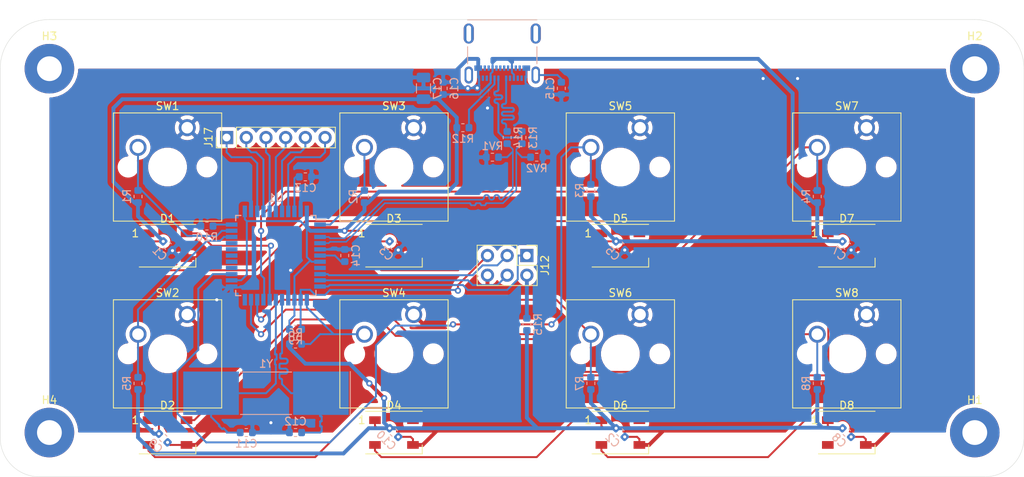
<source format=kicad_pcb>
(kicad_pcb (version 20171130) (host pcbnew "(5.1.5)-3")
  (layers (0 F.Cu signal hide) (31 B.Cu signal) (34 B.Paste user hide) (35 F.Paste user hide) (36 B.SilkS user hide) (37 F.SilkS user hide) (38 B.Mask user) (39 F.Mask user hide) (44 Edge.Cuts user))
  (net 0 "")
  (net 1 GND)
  (net 2 +5V)
  (net 3 "Net-(C11-Pad1)")
  (net 4 "Net-(C12-Pad1)")
  (net 5 "Net-(C13-Pad1)")
  (net 6 "Net-(C14-Pad1)")
  (net 7 "Net-(C15-Pad1)")
  (net 8 "Net-(D1-Pad2)")
  (net 9 D3)
  (net 10 "Net-(D2-Pad2)")
  (net 11 "Net-(D2-Pad4)")
  (net 12 "Net-(D3-Pad2)")
  (net 13 "Net-(D4-Pad2)")
  (net 14 "Net-(D5-Pad2)")
  (net 15 "Net-(D6-Pad2)")
  (net 16 "Net-(J1-Pad1)")
  (net 17 "Net-(J11-PadA3)")
  (net 18 "Net-(J11-PadB2)")
  (net 19 "Net-(J11-PadB3)")
  (net 20 "Net-(J11-PadA8)")
  (net 21 "Net-(J11-PadB8)")
  (net 22 "Net-(J11-PadB11)")
  (net 23 "Net-(J11-PadB10)")
  (net 24 "Net-(J11-PadA11)")
  (net 25 "Net-(J10-Pad1)")
  (net 26 "Net-(J11-PadA5)")
  (net 27 "Net-(J11-PadA6)")
  (net 28 "Net-(J11-PadA7)")
  (net 29 "Net-(J11-PadB5)")
  (net 30 MISO)
  (net 31 "Net-(J12-Pad2)")
  (net 32 SCK)
  (net 33 MOSI)
  (net 34 RESET)
  (net 35 D13)
  (net 36 D5)
  (net 37 D11)
  (net 38 D10)
  (net 39 D9)
  (net 40 D8)
  (net 41 IO0)
  (net 42 D7)
  (net 43 D6)
  (net 44 D12)
  (net 45 IO1)
  (net 46 D4)
  (net 47 D1)
  (net 48 D0)
  (net 49 D2)
  (net 50 A0)
  (net 51 A1)
  (net 52 A2)
  (net 53 A3)
  (net 54 A4)
  (net 55 A5)
  (net 56 "Net-(R10-Pad2)")
  (net 57 USB_D+)
  (net 58 USB_D-)
  (module Button_Switch_Keyboard:SW_Cherry_MX_1.50u_PCB (layer F.Cu) (at 52.07 59.69)
    (fp_text reference SW2 (at -2.54 -2.794) (layer F.SilkS))
    (fp_text value SW_Push)
    (pad "" np_thru_hole circle (at 2.54 5.08) (size 1.7 1.7) (drill 1.7) (layers *.Cu *.Mask))
    (pad "" np_thru_hole circle (at -7.62 5.08) (size 1.7 1.7) (drill 1.7) (layers *.Cu *.Mask))
    (pad "" np_thru_hole circle (at -2.54 5.08) (size 4 4) (drill 4) (layers *.Cu *.Mask))
    (pad 2 thru_hole circle (at -6.35 2.54) (size 2.2 2.2) (drill 1.5) (layers *.Cu *.Mask) (net 36 D5))
    (pad 1 thru_hole circle (at 0 0) (size 2.2 2.2) (drill 1.5) (layers *.Cu *.Mask) (net 1 GND))
  )
  (module Button_Switch_Keyboard:SW_Cherry_MX_1.50u_PCB (layer F.Cu) (at 81.28 59.69)
    (fp_text reference SW4 (at -2.54 -2.794) (layer F.SilkS))
    (fp_text value SW_Push)
    (pad "" np_thru_hole circle (at 2.54 5.08) (size 1.7 1.7) (drill 1.7) (layers *.Cu *.Mask))
    (pad "" np_thru_hole circle (at -7.62 5.08) (size 1.7 1.7) (drill 1.7) (layers *.Cu *.Mask))
    (pad "" np_thru_hole circle (at -2.54 5.08) (size 4 4) (drill 4) (layers *.Cu *.Mask))
    (pad 2 thru_hole circle (at -6.35 2.54) (size 2.2 2.2) (drill 1.5) (layers *.Cu *.Mask) (net 37 D11))
    (pad 1 thru_hole circle (at 0 0) (size 2.2 2.2) (drill 1.5) (layers *.Cu *.Mask) (net 1 GND))
  )
  (module Button_Switch_Keyboard:SW_Cherry_MX_1.50u_PCB (layer F.Cu) (at 81.28 35.56)
    (fp_text reference SW3 (at -2.54 -2.794) (layer F.SilkS))
    (fp_text value SW_Push)
    (pad "" np_thru_hole circle (at 2.54 5.08) (size 1.7 1.7) (drill 1.7) (layers *.Cu *.Mask))
    (pad "" np_thru_hole circle (at -7.62 5.08) (size 1.7 1.7) (drill 1.7) (layers *.Cu *.Mask))
    (pad "" np_thru_hole circle (at -2.54 5.08) (size 4 4) (drill 4) (layers *.Cu *.Mask))
    (pad 2 thru_hole circle (at -6.35 2.54) (size 2.2 2.2) (drill 1.5) (layers *.Cu *.Mask) (net 42 D7))
    (pad 1 thru_hole circle (at 0 0) (size 2.2 2.2) (drill 1.5) (layers *.Cu *.Mask) (net 1 GND))
  )
  (module Button_Switch_Keyboard:SW_Cherry_MX_1.50u_PCB (layer F.Cu) (at 52.07 35.56)
    (fp_text reference SW1 (at -2.54 -2.794) (layer F.SilkS))
    (fp_text value SW_Push)
    (pad "" np_thru_hole circle (at 2.54 5.08) (size 1.7 1.7) (drill 1.7) (layers *.Cu *.Mask))
    (pad "" np_thru_hole circle (at -7.62 5.08) (size 1.7 1.7) (drill 1.7) (layers *.Cu *.Mask))
    (pad "" np_thru_hole circle (at -2.54 5.08) (size 4 4) (drill 4) (layers *.Cu *.Mask))
    (pad 2 thru_hole circle (at -6.35 2.54) (size 2.2 2.2) (drill 1.5) (layers *.Cu *.Mask) (net 35 D13))
    (pad 1 thru_hole circle (at 0 0) (size 2.2 2.2) (drill 1.5) (layers *.Cu *.Mask) (net 1 GND))
  )
  (module Button_Switch_Keyboard:SW_Cherry_MX_1.50u_PCB (layer F.Cu) (at 110.49 35.56)
    (fp_text reference SW5 (at -2.54 -2.794) (layer F.SilkS))
    (fp_text value SW_Push)
    (pad "" np_thru_hole circle (at 2.54 5.08) (size 1.7 1.7) (drill 1.7) (layers *.Cu *.Mask))
    (pad "" np_thru_hole circle (at -7.62 5.08) (size 1.7 1.7) (drill 1.7) (layers *.Cu *.Mask))
    (pad "" np_thru_hole circle (at -2.54 5.08) (size 4 4) (drill 4) (layers *.Cu *.Mask))
    (pad 2 thru_hole circle (at -6.35 2.54) (size 2.2 2.2) (drill 1.5) (layers *.Cu *.Mask) (net 46 D4))
    (pad 1 thru_hole circle (at 0 0) (size 2.2 2.2) (drill 1.5) (layers *.Cu *.Mask) (net 1 GND))
  )
  (module Button_Switch_Keyboard:SW_Cherry_MX_1.50u_PCB (layer F.Cu) (at 110.49 59.69)
    (fp_text reference SW6 (at -2.54 -2.794) (layer F.SilkS))
    (fp_text value SW_Push)
    (pad "" np_thru_hole circle (at 2.54 5.08) (size 1.7 1.7) (drill 1.7) (layers *.Cu *.Mask))
    (pad "" np_thru_hole circle (at -7.62 5.08) (size 1.7 1.7) (drill 1.7) (layers *.Cu *.Mask))
    (pad "" np_thru_hole circle (at -2.54 5.08) (size 4 4) (drill 4) (layers *.Cu *.Mask))
    (pad 2 thru_hole circle (at -6.35 2.54) (size 2.2 2.2) (drill 1.5) (layers *.Cu *.Mask) (net 48 D0))
    (pad 1 thru_hole circle (at 0 0) (size 2.2 2.2) (drill 1.5) (layers *.Cu *.Mask) (net 1 GND))
  )
  (module Button_Switch_Keyboard:SW_Cherry_MX_1.50u_PCB (layer F.Cu) (at 139.7 35.56)
    (fp_text reference SW7 (at -2.54 -2.794) (layer F.SilkS))
    (fp_text value SW_Push)
    (pad "" np_thru_hole circle (at 2.54 5.08) (size 1.7 1.7) (drill 1.7) (layers *.Cu *.Mask))
    (pad "" np_thru_hole circle (at -7.62 5.08) (size 1.7 1.7) (drill 1.7) (layers *.Cu *.Mask))
    (pad "" np_thru_hole circle (at -2.54 5.08) (size 4 4) (drill 4) (layers *.Cu *.Mask))
    (pad 2 thru_hole circle (at -6.35 2.54) (size 2.2 2.2) (drill 1.5) (layers *.Cu *.Mask) (net 49 D2))
    (pad 1 thru_hole circle (at 0 0) (size 2.2 2.2) (drill 1.5) (layers *.Cu *.Mask) (net 1 GND))
  )
  (module Button_Switch_Keyboard:SW_Cherry_MX_1.50u_PCB (layer F.Cu) (at 139.7 59.69)
    (fp_text reference SW8 (at -2.54 -2.794) (layer F.SilkS))
    (fp_text value SW_Push)
    (pad "" np_thru_hole circle (at 2.54 5.08) (size 1.7 1.7) (drill 1.7) (layers *.Cu *.Mask))
    (pad "" np_thru_hole circle (at -7.62 5.08) (size 1.7 1.7) (drill 1.7) (layers *.Cu *.Mask))
    (pad "" np_thru_hole circle (at -2.54 5.08) (size 4 4) (drill 4) (layers *.Cu *.Mask))
    (pad 2 thru_hole circle (at -6.35 2.54) (size 2.2 2.2) (drill 1.5) (layers *.Cu *.Mask) (net 47 D1))
    (pad 1 thru_hole circle (at 0 0) (size 2.2 2.2) (drill 1.5) (layers *.Cu *.Mask) (net 1 GND))
  )
  (module fanti:fanti_inverse (layer F.Cu) (at 118.11 26.67)
    (fp_text reference "" hide)
    (fp_text value "" hide)
  )
  (module fanti:fanti_inverse (layer F.Cu) (at 48.895 26.67)
    (fp_text reference G*** hide)
    (fp_text value LOGO hide)
  )
  (module Package_QFP:TQFP-44_10x10mm_P0.8mm (layer B.Cu) (at 63.5 52.07 180)
    (fp_text reference U1 (at 0 7.45) (layer B.SilkS) (effects (justify mirror)))
    (fp_text value ATmega32U4-AU)
    (pad 44 smd rect (at -4 5.7 90) (size 1.5 0.55) (layers B.Cu B.Paste B.Mask) (net 2 +5V))
    (pad 43 smd rect (at -3.2 5.7 90) (size 1.5 0.55) (layers B.Cu B.Paste B.Mask) (net 1 GND))
    (pad 42 smd rect (at -2.4 5.7 90) (size 1.5 0.55) (layers B.Cu B.Paste B.Mask) (net 5 "Net-(C13-Pad1)"))
    (pad 41 smd rect (at -1.6 5.7 90) (size 1.5 0.55) (layers B.Cu B.Paste B.Mask) (net 55 A5))
    (pad 40 smd rect (at -0.8 5.7 90) (size 1.5 0.55) (layers B.Cu B.Paste B.Mask) (net 54 A4))
    (pad 39 smd rect (at 0 5.7 90) (size 1.5 0.55) (layers B.Cu B.Paste B.Mask) (net 53 A3))
    (pad 38 smd rect (at 0.8 5.7 90) (size 1.5 0.55) (layers B.Cu B.Paste B.Mask) (net 52 A2))
    (pad 37 smd rect (at 1.6 5.7 90) (size 1.5 0.55) (layers B.Cu B.Paste B.Mask) (net 51 A1))
    (pad 36 smd rect (at 2.4 5.7 90) (size 1.5 0.55) (layers B.Cu B.Paste B.Mask) (net 50 A0))
    (pad 35 smd rect (at 3.2 5.7 90) (size 1.5 0.55) (layers B.Cu B.Paste B.Mask) (net 1 GND))
    (pad 34 smd rect (at 4 5.7 90) (size 1.5 0.55) (layers B.Cu B.Paste B.Mask) (net 2 +5V))
    (pad 33 smd rect (at 5.7 4 180) (size 1.5 0.55) (layers B.Cu B.Paste B.Mask) (net 56 "Net-(R10-Pad2)"))
    (pad 32 smd rect (at 5.7 3.2 180) (size 1.5 0.55) (layers B.Cu B.Paste B.Mask) (net 35 D13))
    (pad 31 smd rect (at 5.7 2.4 180) (size 1.5 0.55) (layers B.Cu B.Paste B.Mask) (net 36 D5))
    (pad 30 smd rect (at 5.7 1.6 180) (size 1.5 0.55) (layers B.Cu B.Paste B.Mask) (net 38 D10))
    (pad 29 smd rect (at 5.7 0.8 180) (size 1.5 0.55) (layers B.Cu B.Paste B.Mask) (net 39 D9))
    (pad 28 smd rect (at 5.7 0 180) (size 1.5 0.55) (layers B.Cu B.Paste B.Mask) (net 40 D8))
    (pad 27 smd rect (at 5.7 -0.8 180) (size 1.5 0.55) (layers B.Cu B.Paste B.Mask) (net 43 D6))
    (pad 26 smd rect (at 5.7 -1.6 180) (size 1.5 0.55) (layers B.Cu B.Paste B.Mask) (net 44 D12))
    (pad 25 smd rect (at 5.7 -2.4 180) (size 1.5 0.55) (layers B.Cu B.Paste B.Mask) (net 46 D4))
    (pad 24 smd rect (at 5.7 -3.2 180) (size 1.5 0.55) (layers B.Cu B.Paste B.Mask) (net 2 +5V))
    (pad 23 smd rect (at 5.7 -4 180) (size 1.5 0.55) (layers B.Cu B.Paste B.Mask) (net 1 GND))
    (pad 22 smd rect (at 4 -5.7 90) (size 1.5 0.55) (layers B.Cu B.Paste B.Mask) (net 45 IO1))
    (pad 21 smd rect (at 3.2 -5.7 90) (size 1.5 0.55) (layers B.Cu B.Paste B.Mask) (net 47 D1))
    (pad 20 smd rect (at 2.4 -5.7 90) (size 1.5 0.55) (layers B.Cu B.Paste B.Mask) (net 48 D0))
    (pad 19 smd rect (at 1.6 -5.7 90) (size 1.5 0.55) (layers B.Cu B.Paste B.Mask) (net 49 D2))
    (pad 18 smd rect (at 0.8 -5.7 90) (size 1.5 0.55) (layers B.Cu B.Paste B.Mask) (net 9 D3))
    (pad 17 smd rect (at 0 -5.7 90) (size 1.5 0.55) (layers B.Cu B.Paste B.Mask) (net 3 "Net-(C11-Pad1)"))
    (pad 16 smd rect (at -0.8 -5.7 90) (size 1.5 0.55) (layers B.Cu B.Paste B.Mask) (net 4 "Net-(C12-Pad1)"))
    (pad 15 smd rect (at -1.6 -5.7 90) (size 1.5 0.55) (layers B.Cu B.Paste B.Mask) (net 1 GND))
    (pad 14 smd rect (at -2.4 -5.7 90) (size 1.5 0.55) (layers B.Cu B.Paste B.Mask) (net 2 +5V))
    (pad 13 smd rect (at -3.2 -5.7 90) (size 1.5 0.55) (layers B.Cu B.Paste B.Mask) (net 34 RESET))
    (pad 12 smd rect (at -4 -5.7 90) (size 1.5 0.55) (layers B.Cu B.Paste B.Mask) (net 37 D11))
    (pad 11 smd rect (at -5.7 -4 180) (size 1.5 0.55) (layers B.Cu B.Paste B.Mask) (net 30 MISO))
    (pad 10 smd rect (at -5.7 -3.2 180) (size 1.5 0.55) (layers B.Cu B.Paste B.Mask) (net 33 MOSI))
    (pad 9 smd rect (at -5.7 -2.4 180) (size 1.5 0.55) (layers B.Cu B.Paste B.Mask) (net 32 SCK))
    (pad 8 smd rect (at -5.7 -1.6 180) (size 1.5 0.55) (layers B.Cu B.Paste B.Mask) (net 41 IO0))
    (pad 7 smd rect (at -5.7 -0.8 180) (size 1.5 0.55) (layers B.Cu B.Paste B.Mask) (net 2 +5V))
    (pad 6 smd rect (at -5.7 0 180) (size 1.5 0.55) (layers B.Cu B.Paste B.Mask) (net 6 "Net-(C14-Pad1)"))
    (pad 5 smd rect (at -5.7 0.8 180) (size 1.5 0.55) (layers B.Cu B.Paste B.Mask) (net 1 GND))
    (pad 4 smd rect (at -5.7 1.6 180) (size 1.5 0.55) (layers B.Cu B.Paste B.Mask) (net 57 USB_D+))
    (pad 3 smd rect (at -5.7 2.4 180) (size 1.5 0.55) (layers B.Cu B.Paste B.Mask) (net 58 USB_D-))
    (pad 2 smd rect (at -5.7 3.2 180) (size 1.5 0.55) (layers B.Cu B.Paste B.Mask) (net 2 +5V))
    (pad 1 smd rect (at -5.7 4 180) (size 1.5 0.55) (layers B.Cu B.Paste B.Mask) (net 42 D7))
  )
  (module Capacitor_SMD:C_0603_1608Metric (layer B.Cu) (at 49.53 50.8 315)
    (fp_text reference C1 (at 0 1.43 315) (layer B.SilkS) (effects (justify mirror)))
    (fp_text value 100n)
    (pad 2 smd roundrect (at 0.7875 0 315) (size 0.875 0.95) (layers B.Cu B.Paste B.Mask) (net 1 GND))
    (pad 1 smd roundrect (at -0.7875 0 315) (size 0.875 0.95) (layers B.Cu B.Paste B.Mask) (net 2 +5V))
  )
  (module Capacitor_SMD:C_0603_1608Metric (layer B.Cu) (at 107.95 74.93 315)
    (fp_text reference C2 (at 0 1.43 135) (layer B.SilkS) (effects (justify mirror)))
    (fp_text value 100n)
    (pad 2 smd roundrect (at 0.7875 0 315) (size 0.875 0.95) (layers B.Cu B.Paste B.Mask) (net 1 GND))
    (pad 1 smd roundrect (at -0.7875 0 315) (size 0.875 0.95) (layers B.Cu B.Paste B.Mask) (net 2 +5V))
  )
  (module Capacitor_SMD:C_0603_1608Metric (layer B.Cu) (at 78.74 50.8 315)
    (fp_text reference C3 (at 0 1.43 135) (layer B.SilkS) (effects (justify mirror)))
    (fp_text value 100n)
    (pad 2 smd roundrect (at 0.7875 0 315) (size 0.875 0.95) (layers B.Cu B.Paste B.Mask) (net 1 GND))
    (pad 1 smd roundrect (at -0.7875 0 315) (size 0.875 0.95) (layers B.Cu B.Paste B.Mask) (net 2 +5V))
  )
  (module Capacitor_SMD:C_0603_1608Metric (layer B.Cu) (at 107.95 50.8 315)
    (fp_text reference C5 (at 0 1.43 135) (layer B.SilkS) (effects (justify mirror)))
    (fp_text value 100n)
    (pad 2 smd roundrect (at 0.7875 0 315) (size 0.875 0.95) (layers B.Cu B.Paste B.Mask) (net 1 GND))
    (pad 1 smd roundrect (at -0.7875 0 315) (size 0.875 0.95) (layers B.Cu B.Paste B.Mask) (net 2 +5V))
  )
  (module Capacitor_SMD:C_0603_1608Metric (layer B.Cu) (at 137.16 50.8 315)
    (fp_text reference C7 (at 0 1.43 135) (layer B.SilkS) (effects (justify mirror)))
    (fp_text value 100n)
    (pad 2 smd roundrect (at 0.7875 0 315) (size 0.875 0.95) (layers B.Cu B.Paste B.Mask) (net 1 GND))
    (pad 1 smd roundrect (at -0.7875 0 315) (size 0.875 0.95) (layers B.Cu B.Paste B.Mask) (net 2 +5V))
  )
  (module Capacitor_SMD:C_0603_1608Metric (layer B.Cu) (at 137.16 74.93 315)
    (fp_text reference C8 (at 0 1.43 135) (layer B.SilkS) (effects (justify mirror)))
    (fp_text value 100n)
    (pad 2 smd roundrect (at 0.7875 0 315) (size 0.875 0.95) (layers B.Cu B.Paste B.Mask) (net 1 GND))
    (pad 1 smd roundrect (at -0.7875 0 315) (size 0.875 0.95) (layers B.Cu B.Paste B.Mask) (net 2 +5V))
  )
  (module Capacitor_SMD:C_0603_1608Metric (layer B.Cu) (at 48.973153 75.643153 315)
    (fp_text reference C9 (at 0 1.43 135) (layer B.SilkS) (effects (justify mirror)))
    (fp_text value 100n)
    (pad 2 smd roundrect (at 0.7875 0 315) (size 0.875 0.95) (layers B.Cu B.Paste B.Mask) (net 1 GND))
    (pad 1 smd roundrect (at -0.7875 0 315) (size 0.875 0.95) (layers B.Cu B.Paste B.Mask) (net 2 +5V))
  )
  (module Capacitor_SMD:C_0603_1608Metric (layer B.Cu) (at 78.74 74.93 315)
    (fp_text reference C10 (at 0 1.43 135) (layer B.SilkS) (effects (justify mirror)))
    (fp_text value 100n)
    (pad 2 smd roundrect (at 0.7875 0 315) (size 0.875 0.95) (layers B.Cu B.Paste B.Mask) (net 1 GND))
    (pad 1 smd roundrect (at -0.7875 0 315) (size 0.875 0.95) (layers B.Cu B.Paste B.Mask) (net 2 +5V))
  )
  (module Capacitor_SMD:C_0603_1608Metric (layer B.Cu) (at 59.69 74.93)
    (fp_text reference C11 (at 0 1.43) (layer B.SilkS) (effects (justify mirror)))
    (fp_text value 22pF)
    (pad 2 smd roundrect (at 0.7875 0) (size 0.875 0.95) (layers B.Cu B.Paste B.Mask) (net 1 GND))
    (pad 1 smd roundrect (at -0.7875 0) (size 0.875 0.95) (layers B.Cu B.Paste B.Mask) (net 3 "Net-(C11-Pad1)"))
  )
  (module Capacitor_SMD:C_0603_1608Metric (layer B.Cu) (at 66.04 74.93 180)
    (fp_text reference C12 (at 0 1.43) (layer B.SilkS) (effects (justify mirror)))
    (fp_text value 22pF)
    (pad 2 smd roundrect (at 0.7875 0 180) (size 0.875 0.95) (layers B.Cu B.Paste B.Mask) (net 1 GND))
    (pad 1 smd roundrect (at -0.7875 0 180) (size 0.875 0.95) (layers B.Cu B.Paste B.Mask) (net 4 "Net-(C12-Pad1)"))
  )
  (module Capacitor_SMD:C_0603_1608Metric (layer B.Cu) (at 67.31 41.91)
    (fp_text reference C13 (at 0 1.43) (layer B.SilkS) (effects (justify mirror)))
    (fp_text value 100n)
    (pad 2 smd roundrect (at 0.7875 0) (size 0.875 0.95) (layers B.Cu B.Paste B.Mask) (net 1 GND))
    (pad 1 smd roundrect (at -0.7875 0) (size 0.875 0.95) (layers B.Cu B.Paste B.Mask) (net 5 "Net-(C13-Pad1)"))
  )
  (module Capacitor_SMD:C_0603_1608Metric (layer B.Cu) (at 72.39 52.07 90)
    (fp_text reference C14 (at 0 1.43 90) (layer B.SilkS) (effects (justify mirror)))
    (fp_text value 1µ)
    (pad 2 smd roundrect (at 0.7875 0 90) (size 0.875 0.95) (layers B.Cu B.Paste B.Mask) (net 1 GND))
    (pad 1 smd roundrect (at -0.7875 0 90) (size 0.875 0.95) (layers B.Cu B.Paste B.Mask) (net 6 "Net-(C14-Pad1)"))
  )
  (module Capacitor_SMD:C_0603_1608Metric (layer B.Cu) (at 100.33 30.48 270)
    (fp_text reference C15 (at 0 1.43 90) (layer B.SilkS) (effects (justify mirror)))
    (fp_text value 1nF)
    (pad 2 smd roundrect (at 0.7875 0 270) (size 0.875 0.95) (layers B.Cu B.Paste B.Mask) (net 1 GND))
    (pad 1 smd roundrect (at -0.7875 0 270) (size 0.875 0.95) (layers B.Cu B.Paste B.Mask) (net 7 "Net-(C15-Pad1)"))
  )
  (module Capacitor_SMD:C_0603_1608Metric (layer B.Cu) (at 85.09 30.48 90)
    (fp_text reference C16 (at 0 1.43 90) (layer B.SilkS) (effects (justify mirror)))
    (fp_text value 100nF)
    (pad 2 smd roundrect (at 0.7875 0 90) (size 0.875 0.95) (layers B.Cu B.Paste B.Mask) (net 1 GND))
    (pad 1 smd roundrect (at -0.7875 0 90) (size 0.875 0.95) (layers B.Cu B.Paste B.Mask) (net 2 +5V))
  )
  (module Capacitor_SMD:C_1206_3216Metric (layer B.Cu) (at 82.55 30.48 90)
    (fp_text reference C17 (at 0 1.82 90) (layer B.SilkS) (effects (justify mirror)))
    (fp_text value 1µF)
    (pad 2 smd roundrect (at 1.4 0 90) (size 1.25 1.75) (layers B.Cu B.Paste B.Mask) (roundrect_rratio 0.2) (net 1 GND))
    (pad 1 smd roundrect (at -1.4 0 90) (size 1.25 1.75) (layers B.Cu B.Paste B.Mask) (roundrect_rratio 0.2) (net 2 +5V))
  )
  (module LED_SMD:LED_WS2812B_PLCC4_5.0x5.0mm_P3.2mm (layer F.Cu) (at 49.53 50.8)
    (fp_text reference D1 (at 0 -3.5) (layer F.SilkS))
    (fp_text value WS2812B)
    (fp_text user 1 (at -4.15 -1.6) (layer F.SilkS))
    (pad 1 smd rect (at -2.45 -1.6) (size 1.5 1) (layers F.Cu F.Paste F.Mask) (net 2 +5V))
    (pad 2 smd rect (at -2.45 1.6) (size 1.5 1) (layers F.Cu F.Paste F.Mask) (net 8 "Net-(D1-Pad2)"))
    (pad 4 smd rect (at 2.45 -1.6) (size 1.5 1) (layers F.Cu F.Paste F.Mask) (net 9 D3))
    (pad 3 smd rect (at 2.45 1.6) (size 1.5 1) (layers F.Cu F.Paste F.Mask) (net 1 GND))
  )
  (module LED_SMD:LED_WS2812B_PLCC4_5.0x5.0mm_P3.2mm (layer F.Cu) (at 49.53 74.93)
    (fp_text reference D2 (at 0 -3.5) (layer F.SilkS))
    (fp_text value WS2812B)
    (fp_text user 1 (at -4.15 -1.6) (layer F.SilkS))
    (pad 1 smd rect (at -2.45 -1.6) (size 1.5 1) (layers F.Cu F.Paste F.Mask) (net 2 +5V))
    (pad 2 smd rect (at -2.45 1.6) (size 1.5 1) (layers F.Cu F.Paste F.Mask) (net 10 "Net-(D2-Pad2)"))
    (pad 4 smd rect (at 2.45 -1.6) (size 1.5 1) (layers F.Cu F.Paste F.Mask) (net 11 "Net-(D2-Pad4)"))
    (pad 3 smd rect (at 2.45 1.6) (size 1.5 1) (layers F.Cu F.Paste F.Mask) (net 1 GND))
  )
  (module LED_SMD:LED_WS2812B_PLCC4_5.0x5.0mm_P3.2mm (layer F.Cu) (at 78.74 50.8)
    (fp_text reference D3 (at 0 -3.5) (layer F.SilkS))
    (fp_text value WS2812B)
    (fp_text user 1 (at -4.15 -1.6) (layer F.SilkS))
    (pad 1 smd rect (at -2.45 -1.6) (size 1.5 1) (layers F.Cu F.Paste F.Mask) (net 2 +5V))
    (pad 2 smd rect (at -2.45 1.6) (size 1.5 1) (layers F.Cu F.Paste F.Mask) (net 12 "Net-(D3-Pad2)"))
    (pad 4 smd rect (at 2.45 -1.6) (size 1.5 1) (layers F.Cu F.Paste F.Mask) (net 8 "Net-(D1-Pad2)"))
    (pad 3 smd rect (at 2.45 1.6) (size 1.5 1) (layers F.Cu F.Paste F.Mask) (net 1 GND))
  )
  (module LED_SMD:LED_WS2812B_PLCC4_5.0x5.0mm_P3.2mm (layer F.Cu) (at 78.74 74.93)
    (fp_text reference D4 (at 0 -3.5) (layer F.SilkS))
    (fp_text value WS2812B)
    (fp_text user 1 (at -4.15 -1.6) (layer F.SilkS))
    (pad 1 smd rect (at -2.45 -1.6) (size 1.5 1) (layers F.Cu F.Paste F.Mask) (net 2 +5V))
    (pad 2 smd rect (at -2.45 1.6) (size 1.5 1) (layers F.Cu F.Paste F.Mask) (net 13 "Net-(D4-Pad2)"))
    (pad 4 smd rect (at 2.45 -1.6) (size 1.5 1) (layers F.Cu F.Paste F.Mask) (net 10 "Net-(D2-Pad2)"))
    (pad 3 smd rect (at 2.45 1.6) (size 1.5 1) (layers F.Cu F.Paste F.Mask) (net 1 GND))
  )
  (module LED_SMD:LED_WS2812B_PLCC4_5.0x5.0mm_P3.2mm (layer F.Cu) (at 107.95 50.8)
    (fp_text reference D5 (at 0 -3.5) (layer F.SilkS))
    (fp_text value WS2812B)
    (fp_text user 1 (at -4.15 -1.6) (layer F.SilkS))
    (pad 1 smd rect (at -2.45 -1.6) (size 1.5 1) (layers F.Cu F.Paste F.Mask) (net 2 +5V))
    (pad 2 smd rect (at -2.45 1.6) (size 1.5 1) (layers F.Cu F.Paste F.Mask) (net 14 "Net-(D5-Pad2)"))
    (pad 4 smd rect (at 2.45 -1.6) (size 1.5 1) (layers F.Cu F.Paste F.Mask) (net 12 "Net-(D3-Pad2)"))
    (pad 3 smd rect (at 2.45 1.6) (size 1.5 1) (layers F.Cu F.Paste F.Mask) (net 1 GND))
  )
  (module LED_SMD:LED_WS2812B_PLCC4_5.0x5.0mm_P3.2mm (layer F.Cu) (at 107.95 74.93)
    (fp_text reference D6 (at 0 -3.5) (layer F.SilkS))
    (fp_text value WS2812B)
    (fp_text user 1 (at -4.15 -1.6) (layer F.SilkS))
    (pad 1 smd rect (at -2.45 -1.6) (size 1.5 1) (layers F.Cu F.Paste F.Mask) (net 2 +5V))
    (pad 2 smd rect (at -2.45 1.6) (size 1.5 1) (layers F.Cu F.Paste F.Mask) (net 15 "Net-(D6-Pad2)"))
    (pad 4 smd rect (at 2.45 -1.6) (size 1.5 1) (layers F.Cu F.Paste F.Mask) (net 13 "Net-(D4-Pad2)"))
    (pad 3 smd rect (at 2.45 1.6) (size 1.5 1) (layers F.Cu F.Paste F.Mask) (net 1 GND))
  )
  (module LED_SMD:LED_WS2812B_PLCC4_5.0x5.0mm_P3.2mm (layer F.Cu) (at 137.16 50.8)
    (fp_text reference D7 (at 0 -3.5) (layer F.SilkS))
    (fp_text value WS2812B)
    (fp_text user 1 (at -4.15 -1.6) (layer F.SilkS))
    (pad 1 smd rect (at -2.45 -1.6) (size 1.5 1) (layers F.Cu F.Paste F.Mask) (net 2 +5V))
    (pad 2 smd rect (at -2.45 1.6) (size 1.5 1) (layers F.Cu F.Paste F.Mask) (net 11 "Net-(D2-Pad4)"))
    (pad 4 smd rect (at 2.45 -1.6) (size 1.5 1) (layers F.Cu F.Paste F.Mask) (net 14 "Net-(D5-Pad2)"))
    (pad 3 smd rect (at 2.45 1.6) (size 1.5 1) (layers F.Cu F.Paste F.Mask) (net 1 GND))
  )
  (module LED_SMD:LED_WS2812B_PLCC4_5.0x5.0mm_P3.2mm (layer F.Cu) (at 137.16 74.93)
    (fp_text reference D8 (at 0 -3.5) (layer F.SilkS))
    (fp_text value WS2812B)
    (fp_text user 1 (at -4.15 -1.6) (layer F.SilkS))
    (pad 1 smd rect (at -2.45 -1.6) (size 1.5 1) (layers F.Cu F.Paste F.Mask) (net 2 +5V))
    (pad 2 smd rect (at -2.45 1.6) (size 1.5 1) (layers F.Cu F.Paste F.Mask))
    (pad 4 smd rect (at 2.45 -1.6) (size 1.5 1) (layers F.Cu F.Paste F.Mask) (net 15 "Net-(D6-Pad2)"))
    (pad 3 smd rect (at 2.45 1.6) (size 1.5 1) (layers F.Cu F.Paste F.Mask) (net 1 GND))
  )
  (module MountingHole:MountingHole_3.2mm_M3_Pad (layer F.Cu) (at 153.67 74.93)
    (fp_text reference H1 (at 0 -4.2) (layer F.SilkS))
    (fp_text value MountingHole_Pad hide)
    (pad 1 thru_hole circle (at 0 0) (size 6.4 6.4) (drill 3.2) (layers *.Cu *.Mask))
  )
  (module MountingHole:MountingHole_3.2mm_M3_Pad (layer F.Cu) (at 153.67 27.94)
    (fp_text reference H2 (at 0 -4.2) (layer F.SilkS))
    (fp_text value MountingHole_Pad hide)
    (pad 1 thru_hole circle (at 0 0) (size 6.4 6.4) (drill 3.2) (layers *.Cu *.Mask))
  )
  (module MountingHole:MountingHole_3.2mm_M3_Pad (layer F.Cu) (at 34.29 27.94)
    (fp_text reference H3 (at 0 -4.2) (layer F.SilkS))
    (fp_text value MountingHole_Pad hide)
    (pad 1 thru_hole circle (at 0 0) (size 6.4 6.4) (drill 3.2) (layers *.Cu *.Mask))
  )
  (module MountingHole:MountingHole_3.2mm_M3_Pad (layer F.Cu) (at 34.29 74.93)
    (fp_text reference H4 (at 0 -4.2) (layer F.SilkS))
    (fp_text value MountingHole_Pad hide)
    (pad 1 thru_hole circle (at 0 0) (size 6.4 6.4) (drill 3.2) (layers *.Cu *.Mask))
  )
  (module type-c:MOLEX_105450-0101 (layer B.Cu) (at 92.71 25.4)
    (fp_text reference J11 (at -1.899125 5.722835) (layer B.SilkS) (effects (font (size 1.003598 1.003598) (thickness 0.015)) (justify mirror)))
    (fp_text value 105450-0101)
    (pad S4 thru_hole oval (at 4.32 -2) (size 1.3 2.6) (drill oval 0.6 2.1) (layers *.Cu *.Mask) (net 7 "Net-(C15-Pad1)"))
    (pad S3 thru_hole oval (at -4.32 -2) (size 1.3 2.6) (drill oval 0.6 2.1) (layers *.Cu *.Mask) (net 7 "Net-(C15-Pad1)"))
    (pad S2 thru_hole oval (at 4.32 3.36) (size 1.1 2.2) (drill oval 0.6 1.6) (layers *.Cu *.Mask) (net 7 "Net-(C15-Pad1)"))
    (pad S1 thru_hole oval (at -4.32 3.36) (size 1.1 2.2) (drill oval 0.6 1.6) (layers *.Cu *.Mask) (net 7 "Net-(C15-Pad1)"))
    (pad B12 smd rect (at -3.1 2.47) (size 1 0.7) (layers B.Cu B.Paste B.Mask) (net 1 GND))
    (pad B11 smd rect (at -2.25 2.47) (size 0.3 0.7) (layers B.Cu B.Paste B.Mask) (net 22 "Net-(J11-PadB11)"))
    (pad B10 smd rect (at -1.75 2.47) (size 0.3 0.7) (layers B.Cu B.Paste B.Mask) (net 23 "Net-(J11-PadB10)"))
    (pad B9 smd rect (at -1.25 2.47) (size 0.3 0.7) (layers B.Cu B.Paste B.Mask) (net 2 +5V))
    (pad B8 smd rect (at -0.75 2.47) (size 0.3 0.7) (layers B.Cu B.Paste B.Mask) (net 21 "Net-(J11-PadB8)"))
    (pad B7 smd rect (at -0.25 2.47) (size 0.3 0.7) (layers B.Cu B.Paste B.Mask))
    (pad B6 smd rect (at 0.25 2.47) (size 0.3 0.7) (layers B.Cu B.Paste B.Mask))
    (pad B5 smd rect (at 0.75 2.47) (size 0.3 0.7) (layers B.Cu B.Paste B.Mask) (net 29 "Net-(J11-PadB5)"))
    (pad B4 smd rect (at 1.25 2.47) (size 0.3 0.7) (layers B.Cu B.Paste B.Mask) (net 2 +5V))
    (pad B3 smd rect (at 1.75 2.47) (size 0.3 0.7) (layers B.Cu B.Paste B.Mask) (net 19 "Net-(J11-PadB3)"))
    (pad B2 smd rect (at 2.25 2.47) (size 0.3 0.7) (layers B.Cu B.Paste B.Mask) (net 18 "Net-(J11-PadB2)"))
    (pad B1 smd rect (at 3.1 2.47) (size 1 0.7) (layers B.Cu B.Paste B.Mask) (net 1 GND))
    (pad A12 smd rect (at 3 3.77) (size 0.3 0.7) (layers B.Cu B.Paste B.Mask) (net 1 GND))
    (pad A11 smd rect (at 2.5 3.77) (size 0.3 0.7) (layers B.Cu B.Paste B.Mask) (net 24 "Net-(J11-PadA11)"))
    (pad A10 smd rect (at 2 3.77) (size 0.3 0.7) (layers B.Cu B.Paste B.Mask) (net 25 "Net-(J10-Pad1)"))
    (pad A9 smd rect (at 1.5 3.77) (size 0.3 0.7) (layers B.Cu B.Paste B.Mask) (net 2 +5V))
    (pad A8 smd rect (at 1 3.77) (size 0.3 0.7) (layers B.Cu B.Paste B.Mask) (net 20 "Net-(J11-PadA8)"))
    (pad A7 smd rect (at 0.5 3.77) (size 0.3 0.7) (layers B.Cu B.Paste B.Mask) (net 28 "Net-(J11-PadA7)"))
    (pad A6 smd rect (at -0.5 3.77) (size 0.3 0.7) (layers B.Cu B.Paste B.Mask) (net 27 "Net-(J11-PadA6)"))
    (pad A5 smd rect (at -1 3.77) (size 0.3 0.7) (layers B.Cu B.Paste B.Mask) (net 26 "Net-(J11-PadA5)"))
    (pad A4 smd rect (at -1.5 3.77) (size 0.3 0.7) (layers B.Cu B.Paste B.Mask) (net 2 +5V))
    (pad A3 smd rect (at -2 3.77) (size 0.3 0.7) (layers B.Cu B.Paste B.Mask) (net 17 "Net-(J11-PadA3)"))
    (pad A2 smd rect (at -2.5 3.77) (size 0.3 0.7) (layers B.Cu B.Paste B.Mask) (net 16 "Net-(J1-Pad1)"))
    (pad A1 smd rect (at -3 3.77) (size 0.3 0.7) (layers B.Cu B.Paste B.Mask) (net 1 GND))
  )
  (module Connector_PinHeader_2.54mm:PinHeader_2x03_P2.54mm_Vertical (layer F.Cu) (at 95.885 52.07 270)
    (fp_text reference J12 (at 1.27 -2.33 90) (layer F.SilkS))
    (fp_text value ICSP)
    (pad 6 thru_hole oval (at 2.54 5.08 270) (size 1.7 1.7) (drill 1) (layers *.Cu *.Mask) (net 1 GND))
    (pad 5 thru_hole oval (at 0 5.08 270) (size 1.7 1.7) (drill 1) (layers *.Cu *.Mask) (net 34 RESET))
    (pad 4 thru_hole oval (at 2.54 2.54 270) (size 1.7 1.7) (drill 1) (layers *.Cu *.Mask) (net 33 MOSI))
    (pad 3 thru_hole oval (at 0 2.54 270) (size 1.7 1.7) (drill 1) (layers *.Cu *.Mask) (net 32 SCK))
    (pad 2 thru_hole oval (at 2.54 0 270) (size 1.7 1.7) (drill 1) (layers *.Cu *.Mask) (net 31 "Net-(J12-Pad2)"))
    (pad 1 thru_hole rect (at 0 0 270) (size 1.7 1.7) (drill 1) (layers *.Cu *.Mask) (net 30 MISO))
  )
  (module Connector_PinHeader_2.54mm:PinHeader_1x06_P2.54mm_Vertical (layer F.Cu) (at 57.15 36.83 90)
    (fp_text reference J17 (at 0 -2.33 90) (layer F.SilkS))
    (fp_text value ANALOG_IO)
    (pad 6 thru_hole oval (at 0 12.7 90) (size 1.7 1.7) (drill 1) (layers *.Cu *.Mask) (net 55 A5))
    (pad 5 thru_hole oval (at 0 10.16 90) (size 1.7 1.7) (drill 1) (layers *.Cu *.Mask) (net 54 A4))
    (pad 4 thru_hole oval (at 0 7.62 90) (size 1.7 1.7) (drill 1) (layers *.Cu *.Mask) (net 53 A3))
    (pad 3 thru_hole oval (at 0 5.08 90) (size 1.7 1.7) (drill 1) (layers *.Cu *.Mask) (net 52 A2))
    (pad 2 thru_hole oval (at 0 2.54 90) (size 1.7 1.7) (drill 1) (layers *.Cu *.Mask) (net 51 A1))
    (pad 1 thru_hole rect (at 0 0 90) (size 1.7 1.7) (drill 1) (layers *.Cu *.Mask) (net 50 A0))
  )
  (module Resistor_SMD:R_0603_1608Metric (layer B.Cu) (at 45.72 44.45 270)
    (fp_text reference R1 (at 0 1.43 90) (layer B.SilkS) (effects (justify mirror)))
    (fp_text value 10k)
    (pad 2 smd roundrect (at 0.7875 0 270) (size 0.875 0.95) (layers B.Cu B.Paste B.Mask) (net 2 +5V))
    (pad 1 smd roundrect (at -0.7875 0 270) (size 0.875 0.95) (layers B.Cu B.Paste B.Mask) (net 35 D13))
  )
  (module Resistor_SMD:R_0603_1608Metric (layer B.Cu) (at 74.93 44.45 270)
    (fp_text reference R2 (at 0 1.43 90) (layer B.SilkS) (effects (justify mirror)))
    (fp_text value 10k)
    (pad 2 smd roundrect (at 0.7875 0 270) (size 0.875 0.95) (layers B.Cu B.Paste B.Mask) (net 2 +5V))
    (pad 1 smd roundrect (at -0.7875 0 270) (size 0.875 0.95) (layers B.Cu B.Paste B.Mask) (net 42 D7))
  )
  (module Resistor_SMD:R_0603_1608Metric (layer B.Cu) (at 104.14 43.6625 270)
    (fp_text reference R3 (at 0 1.43 90) (layer B.SilkS) (effects (justify mirror)))
    (fp_text value 10k)
    (pad 2 smd roundrect (at 0.7875 0 270) (size 0.875 0.95) (layers B.Cu B.Paste B.Mask) (net 2 +5V))
    (pad 1 smd roundrect (at -0.7875 0 270) (size 0.875 0.95) (layers B.Cu B.Paste B.Mask) (net 46 D4))
  )
  (module Resistor_SMD:R_0603_1608Metric (layer B.Cu) (at 133.35 44.45 270)
    (fp_text reference R4 (at 0 1.43 90) (layer B.SilkS) (effects (justify mirror)))
    (fp_text value 10k)
    (pad 2 smd roundrect (at 0.7875 0 270) (size 0.875 0.95) (layers B.Cu B.Paste B.Mask) (net 2 +5V))
    (pad 1 smd roundrect (at -0.7875 0 270) (size 0.875 0.95) (layers B.Cu B.Paste B.Mask) (net 49 D2))
  )
  (module Resistor_SMD:R_0603_1608Metric (layer B.Cu) (at 45.72 68.58 270)
    (fp_text reference R5 (at 0 1.43 90) (layer B.SilkS) (effects (justify mirror)))
    (fp_text value 10k)
    (pad 2 smd roundrect (at 0.7875 0 270) (size 0.875 0.95) (layers B.Cu B.Paste B.Mask) (net 2 +5V))
    (pad 1 smd roundrect (at -0.7875 0 270) (size 0.875 0.95) (layers B.Cu B.Paste B.Mask) (net 36 D5))
  )
  (module Resistor_SMD:R_0603_1608Metric (layer B.Cu) (at 66.04 63.5 180)
    (fp_text reference R6 (at 0 1.43) (layer B.SilkS) (effects (justify mirror)))
    (fp_text value 10k)
    (pad 2 smd roundrect (at 0.7875 0 180) (size 0.875 0.95) (layers B.Cu B.Paste B.Mask) (net 2 +5V))
    (pad 1 smd roundrect (at -0.7875 0 180) (size 0.875 0.95) (layers B.Cu B.Paste B.Mask) (net 37 D11))
  )
  (module Resistor_SMD:R_0603_1608Metric (layer B.Cu) (at 104.14 68.58 270)
    (fp_text reference R7 (at 0 1.43 90) (layer B.SilkS) (effects (justify mirror)))
    (fp_text value 10k)
    (pad 2 smd roundrect (at 0.7875 0 270) (size 0.875 0.95) (layers B.Cu B.Paste B.Mask) (net 2 +5V))
    (pad 1 smd roundrect (at -0.7875 0 270) (size 0.875 0.95) (layers B.Cu B.Paste B.Mask) (net 48 D0))
  )
  (module Resistor_SMD:R_0603_1608Metric (layer B.Cu) (at 133.35 68.58 270)
    (fp_text reference R8 (at 0 1.43 90) (layer B.SilkS) (effects (justify mirror)))
    (fp_text value 10k)
    (pad 2 smd roundrect (at 0.7875 0 270) (size 0.875 0.95) (layers B.Cu B.Paste B.Mask) (net 2 +5V))
    (pad 1 smd roundrect (at -0.7875 0 270) (size 0.875 0.95) (layers B.Cu B.Paste B.Mask) (net 47 D1))
  )
  (module Resistor_SMD:R_0603_1608Metric (layer B.Cu) (at 66.04 61.595)
    (fp_text reference R9 (at 0 1.43) (layer B.SilkS) (effects (justify mirror)))
    (fp_text value 10k)
    (pad 2 smd roundrect (at 0.7875 0) (size 0.875 0.95) (layers B.Cu B.Paste B.Mask) (net 34 RESET))
    (pad 1 smd roundrect (at -0.7875 0) (size 0.875 0.95) (layers B.Cu B.Paste B.Mask) (net 2 +5V))
  )
  (module Resistor_SMD:R_0603_1608Metric (layer B.Cu) (at 54.61 48.26)
    (fp_text reference R10 (at 0 1.43) (layer B.SilkS) (effects (justify mirror)))
    (fp_text value 10k)
    (pad 2 smd roundrect (at 0.7875 0) (size 0.875 0.95) (layers B.Cu B.Paste B.Mask) (net 56 "Net-(R10-Pad2)"))
    (pad 1 smd roundrect (at -0.7875 0) (size 0.875 0.95) (layers B.Cu B.Paste B.Mask) (net 1 GND))
  )
  (module Resistor_SMD:R_0603_1608Metric (layer B.Cu) (at 87.63 35.56)
    (fp_text reference R12 (at 0 1.43) (layer B.SilkS) (effects (justify mirror)))
    (fp_text value 56k)
    (pad 2 smd roundrect (at 0.7875 0) (size 0.875 0.95) (layers B.Cu B.Paste B.Mask) (net 26 "Net-(J11-PadA5)"))
    (pad 1 smd roundrect (at -0.7875 0) (size 0.875 0.95) (layers B.Cu B.Paste B.Mask) (net 2 +5V))
  )
  (module Resistor_SMD:R_0603_1608Metric (layer B.Cu) (at 95.25 36.83 90)
    (fp_text reference R13 (at 0 1.43 90) (layer B.SilkS) (effects (justify mirror)))
    (fp_text value 22R)
    (pad 2 smd roundrect (at 0.7875 0 90) (size 0.875 0.95) (layers B.Cu B.Paste B.Mask) (net 27 "Net-(J11-PadA6)"))
    (pad 1 smd roundrect (at -0.7875 0 90) (size 0.875 0.95) (layers B.Cu B.Paste B.Mask) (net 57 USB_D+))
  )
  (module Resistor_SMD:R_0603_1608Metric (layer B.Cu) (at 93.345 36.83 90)
    (fp_text reference R14 (at 0 1.43 90) (layer B.SilkS) (effects (justify mirror)))
    (fp_text value 22R)
    (pad 2 smd roundrect (at 0.7875 0 90) (size 0.875 0.95) (layers B.Cu B.Paste B.Mask) (net 28 "Net-(J11-PadA7)"))
    (pad 1 smd roundrect (at -0.7875 0 90) (size 0.875 0.95) (layers B.Cu B.Paste B.Mask) (net 58 USB_D-))
  )
  (module Resistor_SMD:R_0603_1608Metric (layer B.Cu) (at 95.885 60.96 90)
    (fp_text reference R15 (at 0 1.43 90) (layer B.SilkS) (effects (justify mirror)))
    (fp_text value 0R0)
    (pad 2 smd roundrect (at 0.7875 0 90) (size 0.875 0.95) (layers B.Cu B.Paste B.Mask) (net 31 "Net-(J12-Pad2)"))
    (pad 1 smd roundrect (at -0.7875 0 90) (size 0.875 0.95) (layers B.Cu B.Paste B.Mask) (net 2 +5V))
  )
  (module Resistor_SMD:R_0603_1608Metric (layer B.Cu) (at 91.44 39.37 180)
    (fp_text reference RV1 (at 0 1.43) (layer B.SilkS) (effects (justify mirror)))
    (fp_text value Varistor)
    (pad 2 smd roundrect (at 0.7875 0 180) (size 0.875 0.95) (layers B.Cu B.Paste B.Mask) (net 1 GND))
    (pad 1 smd roundrect (at -0.7875 0 180) (size 0.875 0.95) (layers B.Cu B.Paste B.Mask) (net 58 USB_D-))
  )
  (module Resistor_SMD:R_0603_1608Metric (layer B.Cu) (at 97.155 39.37)
    (fp_text reference RV2 (at 0 1.43) (layer B.SilkS) (effects (justify mirror)))
    (fp_text value Varistor)
    (pad 2 smd roundrect (at 0.7875 0) (size 0.875 0.95) (layers B.Cu B.Paste B.Mask) (net 1 GND))
    (pad 1 smd roundrect (at -0.7875 0) (size 0.875 0.95) (layers B.Cu B.Paste B.Mask) (net 57 USB_D+))
  )
  (module Crystal:Crystal_SMD_SeikoEpson_MA505-2Pin_12.7x5.1mm_HandSoldering (layer B.Cu) (at 62.23 69.85 180)
    (fp_text reference Y1 (at 0 3.8) (layer B.SilkS) (effects (justify mirror)))
    (fp_text value 16MHz)
    (pad 2 smd rect (at 7.0875 0 180) (size 7.175 5.6) (layers B.Cu B.Paste B.Mask) (net 3 "Net-(C11-Pad1)"))
    (pad 1 smd rect (at -7.0875 0 180) (size 7.175 5.6) (layers B.Cu B.Paste B.Mask) (net 4 "Net-(C12-Pad1)"))
  )
  (gr_line (start 33.02 80.645) (end 154.94 80.645) (layer Edge.Cuts) (width 0.05))
  (gr_line (start 27.94 27.94) (end 27.94 75.565) (layer Edge.Cuts) (width 0.05))
  (gr_line (start 160.02 27.94) (end 160.02 75.565) (layer Edge.Cuts) (width 0.05))
  (gr_arc (start 33.02 75.565) (end 27.94 75.565) (angle -90) (layer Edge.Cuts) (width 0.05))
  (gr_arc (start 154.94 75.565) (end 154.94 80.645) (angle -90) (layer Edge.Cuts) (width 0.05))
  (gr_arc (start 34.29 27.94) (end 34.29 21.59) (angle -90) (layer Edge.Cuts) (width 0.05))
  (gr_arc (start 153.67 27.94) (end 160.02 27.94) (angle -90) (layer Edge.Cuts) (width 0.05))
  (gr_line (start 34.29 21.59) (end 153.67 21.59) (layer Edge.Cuts) (width 0.05))
  (via (at 88.265 30.48) (size 0.8) (drill 0.4) (layers F.Cu B.Cu) (net 1))
  (via (at 90.805 33.02) (size 0.8) (drill 0.4) (layers F.Cu B.Cu) (net 1))
  (via (at 130.81 29.21) (size 0.8) (drill 0.4) (layers F.Cu B.Cu) (net 1))
  (via (at 126.365 29.21) (size 0.8) (drill 0.4) (layers F.Cu B.Cu) (net 1))
  (via (at 50.165 51.435) (size 0.8) (drill 0.4) (layers F.Cu B.Cu) (net 1))
  (segment (start 50.086847 51.356847) (end 50.165 51.435) (width 0.25) (layer B.Cu) (net 1))
  (segment (start 51.765 51.435) (end 51.98 51.65) (width 0.25) (layer F.Cu) (net 1))
  (segment (start 51.98 51.65) (end 51.98 52.4) (width 0.25) (layer F.Cu) (net 1))
  (segment (start 50.165 51.435) (end 51.765 51.435) (width 0.25) (layer F.Cu) (net 1))
  (via (at 49.53 76.2) (size 0.8) (drill 0.4) (layers F.Cu B.Cu) (net 1))
  (segment (start 51.98 76.53) (end 49.86 76.53) (width 0.25) (layer F.Cu) (net 1))
  (segment (start 49.86 76.53) (end 49.53 76.2) (width 0.25) (layer F.Cu) (net 1))
  (segment (start 80.896847 75.486847) (end 79.296847 75.486847) (width 0.25) (layer F.Cu) (net 1))
  (via (at 79.296847 75.486847) (size 0.8) (drill 0.4) (layers F.Cu B.Cu) (net 1))
  (segment (start 81.19 75.78) (end 80.896847 75.486847) (width 0.25) (layer F.Cu) (net 1))
  (segment (start 81.19 76.53) (end 81.19 75.78) (width 0.25) (layer F.Cu) (net 1))
  (via (at 108.506847 75.486847) (size 0.8) (drill 0.4) (layers F.Cu B.Cu) (net 1))
  (segment (start 110.106847 75.486847) (end 108.506847 75.486847) (width 0.25) (layer F.Cu) (net 1))
  (segment (start 110.4 75.78) (end 110.106847 75.486847) (width 0.25) (layer F.Cu) (net 1))
  (segment (start 110.4 76.53) (end 110.4 75.78) (width 0.25) (layer F.Cu) (net 1))
  (segment (start 139.316847 75.486847) (end 137.716847 75.486847) (width 0.25) (layer F.Cu) (net 1))
  (segment (start 139.61 75.78) (end 139.316847 75.486847) (width 0.25) (layer F.Cu) (net 1))
  (via (at 137.716847 75.486847) (size 0.8) (drill 0.4) (layers F.Cu B.Cu) (net 1))
  (segment (start 139.61 76.53) (end 139.61 75.78) (width 0.25) (layer F.Cu) (net 1))
  (via (at 137.716847 51.356847) (size 0.8) (drill 0.4) (layers F.Cu B.Cu) (net 1))
  (segment (start 139.316847 51.356847) (end 137.716847 51.356847) (width 0.25) (layer F.Cu) (net 1))
  (segment (start 139.61 51.65) (end 139.316847 51.356847) (width 0.25) (layer F.Cu) (net 1))
  (segment (start 139.61 52.4) (end 139.61 51.65) (width 0.25) (layer F.Cu) (net 1))
  (segment (start 109.4 52.4) (end 108.585 51.585) (width 0.25) (layer F.Cu) (net 1))
  (segment (start 110.4 52.4) (end 109.4 52.4) (width 0.25) (layer F.Cu) (net 1))
  (via (at 108.506847 51.356847) (size 0.8) (drill 0.4) (layers F.Cu B.Cu) (net 1))
  (segment (start 108.585 51.585) (end 108.585 51.435) (width 0.25) (layer F.Cu) (net 1))
  (segment (start 108.585 51.435) (end 108.506847 51.356847) (width 0.25) (layer F.Cu) (net 1))
  (via (at 79.296847 51.356847) (size 0.8) (drill 0.4) (layers F.Cu B.Cu) (net 1))
  (segment (start 81.19 51.65) (end 80.896847 51.356847) (width 0.25) (layer F.Cu) (net 1))
  (segment (start 80.896847 51.356847) (end 79.296847 51.356847) (width 0.25) (layer F.Cu) (net 1))
  (segment (start 81.19 52.4) (end 81.19 51.65) (width 0.25) (layer F.Cu) (net 1))
  (segment (start 60.3 45.12) (end 59.69 44.51) (width 0.5) (layer B.Cu) (net 1))
  (segment (start 60.3 46.37) (end 60.3 45.12) (width 0.5) (layer B.Cu) (net 1))
  (segment (start 57.8 56.07) (end 57.595 56.07) (width 0.5) (layer B.Cu) (net 1))
  (via (at 65.405 53.975) (size 0.8) (drill 0.4) (layers F.Cu B.Cu) (net 1))
  (segment (start 65.1 57.77) (end 65.1 54.28) (width 0.5) (layer B.Cu) (net 1))
  (segment (start 65.1 54.28) (end 65.405 53.975) (width 0.5) (layer B.Cu) (net 1))
  (segment (start 53.23 76.53) (end 55.88 73.88) (width 0.5) (layer F.Cu) (net 1))
  (segment (start 51.98 76.53) (end 53.23 76.53) (width 0.5) (layer F.Cu) (net 1))
  (segment (start 66.7 46.37) (end 66.7 45.11) (width 0.5) (layer B.Cu) (net 1))
  (segment (start 111.65 76.53) (end 113.665 74.515) (width 0.5) (layer F.Cu) (net 1))
  (segment (start 110.4 76.53) (end 111.65 76.53) (width 0.5) (layer F.Cu) (net 1))
  (segment (start 140.86 76.53) (end 142.875 74.515) (width 0.5) (layer F.Cu) (net 1))
  (segment (start 139.61 76.53) (end 140.86 76.53) (width 0.5) (layer F.Cu) (net 1))
  (segment (start 95.81 29.07) (end 95.71 29.17) (width 0.25) (layer B.Cu) (net 1))
  (segment (start 95.81 27.87) (end 95.81 29.07) (width 0.25) (layer B.Cu) (net 1))
  (segment (start 95.71 29.77) (end 95.71 29.17) (width 0.25) (layer B.Cu) (net 1))
  (segment (start 100.33 31.2675) (end 97.2075 31.2675) (width 0.25) (layer B.Cu) (net 1))
  (segment (start 97.2075 31.2675) (end 95.71 29.77) (width 0.25) (layer B.Cu) (net 1))
  (via (at 55.88 57.785) (size 0.8) (drill 0.4) (layers F.Cu B.Cu) (net 1))
  (segment (start 57.595 56.07) (end 55.88 57.785) (width 0.5) (layer B.Cu) (net 1))
  (segment (start 89.61 27.87) (end 89.61 26.745) (width 0.5) (layer B.Cu) (net 1))
  (segment (start 89.61 26.745) (end 89.535 26.67) (width 0.5) (layer B.Cu) (net 1))
  (segment (start 89.535 26.67) (end 88.265 26.67) (width 0.5) (layer B.Cu) (net 1))
  (segment (start 88.265 26.67) (end 86.36 28.575) (width 0.5) (layer B.Cu) (net 1))
  (segment (start 89.61 29.07) (end 89.71 29.17) (width 0.3) (layer B.Cu) (net 1))
  (segment (start 89.61 27.87) (end 89.61 29.07) (width 0.3) (layer B.Cu) (net 1))
  (via (at 89.487169 30.432169) (size 0.8) (drill 0.4) (layers F.Cu B.Cu) (net 1))
  (segment (start 89.71 29.17) (end 89.71 30.209338) (width 0.3) (layer B.Cu) (net 1))
  (segment (start 89.71 30.209338) (end 89.487169 30.432169) (width 0.3) (layer B.Cu) (net 1))
  (segment (start 72.3775 51.27) (end 72.39 51.2825) (width 0.3) (layer B.Cu) (net 1))
  (segment (start 69.2 51.27) (end 72.3775 51.27) (width 0.3) (layer B.Cu) (net 1))
  (segment (start 82.44 76.53) (end 84.455 74.515) (width 0.5) (layer F.Cu) (net 1))
  (segment (start 81.19 76.53) (end 82.44 76.53) (width 0.5) (layer F.Cu) (net 1))
  (via (at 62.865 73.66) (size 0.8) (drill 0.4) (layers F.Cu B.Cu) (net 1))
  (segment (start 62.865 74.93) (end 60.4775 74.93) (width 0.5) (layer B.Cu) (net 1))
  (segment (start 62.865 74.93) (end 62.865 73.66) (width 0.5) (layer B.Cu) (net 1))
  (segment (start 65.2525 74.93) (end 62.865 74.93) (width 0.5) (layer B.Cu) (net 1))
  (via (at 48.973153 50.243153) (size 0.8) (drill 0.4) (layers F.Cu B.Cu) (net 2))
  (segment (start 47.08 49.95) (end 47.373153 50.243153) (width 0.25) (layer F.Cu) (net 2))
  (segment (start 47.373153 50.243153) (end 48.973153 50.243153) (width 0.25) (layer F.Cu) (net 2))
  (segment (start 47.08 49.2) (end 47.08 49.95) (width 0.25) (layer F.Cu) (net 2))
  (segment (start 48.416306 73.666306) (end 48.416306 75.086306) (width 0.25) (layer F.Cu) (net 2))
  (segment (start 48.08 73.33) (end 48.416306 73.666306) (width 0.25) (layer F.Cu) (net 2))
  (via (at 48.416306 75.086306) (size 0.8) (drill 0.4) (layers F.Cu B.Cu) (net 2))
  (segment (start 47.08 73.33) (end 48.08 73.33) (width 0.25) (layer F.Cu) (net 2))
  (via (at 78.183153 74.373153) (size 0.8) (drill 0.4) (layers F.Cu B.Cu) (net 2))
  (segment (start 76.29 74.08) (end 76.583153 74.373153) (width 0.25) (layer F.Cu) (net 2))
  (segment (start 76.583153 74.373153) (end 78.183153 74.373153) (width 0.25) (layer F.Cu) (net 2))
  (segment (start 76.29 73.33) (end 76.29 74.08) (width 0.25) (layer F.Cu) (net 2))
  (segment (start 105.793153 74.373153) (end 107.393153 74.373153) (width 0.25) (layer F.Cu) (net 2))
  (segment (start 105.5 74.08) (end 105.793153 74.373153) (width 0.25) (layer F.Cu) (net 2))
  (via (at 107.393153 74.373153) (size 0.8) (drill 0.4) (layers F.Cu B.Cu) (net 2))
  (segment (start 105.5 73.33) (end 105.5 74.08) (width 0.25) (layer F.Cu) (net 2))
  (via (at 136.603153 74.373153) (size 0.8) (drill 0.4) (layers F.Cu B.Cu) (net 2))
  (segment (start 135.003153 74.373153) (end 136.603153 74.373153) (width 0.25) (layer F.Cu) (net 2))
  (segment (start 134.71 74.08) (end 135.003153 74.373153) (width 0.25) (layer F.Cu) (net 2))
  (segment (start 134.71 73.33) (end 134.71 74.08) (width 0.25) (layer F.Cu) (net 2))
  (via (at 136.603153 50.243153) (size 0.8) (drill 0.4) (layers F.Cu B.Cu) (net 2))
  (segment (start 135.003153 50.243153) (end 136.603153 50.243153) (width 0.25) (layer F.Cu) (net 2))
  (segment (start 134.71 49.95) (end 135.003153 50.243153) (width 0.25) (layer F.Cu) (net 2))
  (segment (start 134.71 49.2) (end 134.71 49.95) (width 0.25) (layer F.Cu) (net 2))
  (segment (start 105.793153 50.243153) (end 107.393153 50.243153) (width 0.25) (layer F.Cu) (net 2))
  (via (at 107.393153 50.243153) (size 0.8) (drill 0.4) (layers F.Cu B.Cu) (net 2))
  (segment (start 105.5 49.95) (end 105.793153 50.243153) (width 0.25) (layer F.Cu) (net 2))
  (segment (start 105.5 49.2) (end 105.5 49.95) (width 0.25) (layer F.Cu) (net 2))
  (via (at 78.183153 50.243153) (size 0.8) (drill 0.4) (layers F.Cu B.Cu) (net 2))
  (segment (start 76.583153 50.243153) (end 78.183153 50.243153) (width 0.25) (layer F.Cu) (net 2))
  (segment (start 76.29 49.95) (end 76.583153 50.243153) (width 0.25) (layer F.Cu) (net 2))
  (segment (start 76.29 49.2) (end 76.29 49.95) (width 0.25) (layer F.Cu) (net 2))
  (segment (start 72.415 48.87) (end 69.2 48.87) (width 0.25) (layer B.Cu) (net 2))
  (segment (start 74.93 46.355) (end 72.415 48.87) (width 0.25) (layer B.Cu) (net 2))
  (via (at 72.370925 48.875925) (size 0.8) (drill 0.4) (layers F.Cu B.Cu) (net 2))
  (segment (start 72.415 48.87) (end 72.37685 48.87) (width 0.25) (layer B.Cu) (net 2))
  (segment (start 72.37685 48.87) (end 72.370925 48.875925) (width 0.25) (layer B.Cu) (net 2))
  (segment (start 75.965925 48.875925) (end 76.29 49.2) (width 0.25) (layer F.Cu) (net 2))
  (segment (start 72.370925 48.875925) (end 75.965925 48.875925) (width 0.25) (layer F.Cu) (net 2))
  (segment (start 69.2 52.87) (end 68.11 52.87) (width 0.25) (layer B.Cu) (net 2))
  (segment (start 67.5 52.26) (end 67.5 48.45) (width 0.25) (layer B.Cu) (net 2))
  (segment (start 68.11 52.87) (end 67.5 52.26) (width 0.25) (layer B.Cu) (net 2))
  (segment (start 65.9 57.77) (end 65.9 54.75) (width 0.25) (layer B.Cu) (net 2))
  (segment (start 65.9 54.75) (end 67.945 52.705) (width 0.25) (layer B.Cu) (net 2))
  (segment (start 59.5 47.37) (end 59.755 47.625) (width 0.25) (layer B.Cu) (net 2))
  (segment (start 59.5 46.37) (end 59.5 47.37) (width 0.25) (layer B.Cu) (net 2))
  (segment (start 59.755 47.625) (end 66.675 47.625) (width 0.25) (layer B.Cu) (net 2))
  (segment (start 66.675 47.625) (end 67.31 48.26) (width 0.25) (layer B.Cu) (net 2))
  (segment (start 67.31 48.26) (end 67.5 48.45) (width 0.25) (layer B.Cu) (net 2))
  (segment (start 65.9 57.77) (end 65.9 59.83) (width 0.25) (layer B.Cu) (net 2))
  (segment (start 65.2525 60.4775) (end 65.2525 61.595) (width 0.25) (layer B.Cu) (net 2))
  (segment (start 65.9 59.83) (end 65.2525 60.4775) (width 0.25) (layer B.Cu) (net 2))
  (segment (start 65.2525 61.595) (end 65.2525 63.5) (width 0.25) (layer B.Cu) (net 2))
  (segment (start 57.8 55.27) (end 59.03 55.27) (width 0.25) (layer B.Cu) (net 2))
  (segment (start 59.755 54.545) (end 59.755 47.625) (width 0.25) (layer B.Cu) (net 2))
  (segment (start 59.03 55.27) (end 59.755 54.545) (width 0.25) (layer B.Cu) (net 2))
  (segment (start 45.72 69.3675) (end 45.72 73.025) (width 0.25) (layer B.Cu) (net 2))
  (segment (start 84.4775 31.88) (end 85.09 31.2675) (width 0.5) (layer B.Cu) (net 2))
  (segment (start 82.55 31.88) (end 84.4775 31.88) (width 0.5) (layer B.Cu) (net 2))
  (segment (start 86.8425 34.245) (end 84.4775 31.88) (width 0.5) (layer B.Cu) (net 2))
  (segment (start 86.8425 35.56) (end 86.8425 34.245) (width 0.5) (layer B.Cu) (net 2))
  (segment (start 91.21 28.584998) (end 91.21 29.17) (width 0.25) (layer B.Cu) (net 2))
  (segment (start 91.46 28.334998) (end 91.21 28.584998) (width 0.25) (layer B.Cu) (net 2))
  (segment (start 91.46 27.87) (end 91.46 28.334998) (width 0.25) (layer B.Cu) (net 2))
  (segment (start 93.96 28.455002) (end 93.96 27.87) (width 0.25) (layer B.Cu) (net 2))
  (segment (start 94.21 28.705002) (end 93.96 28.455002) (width 0.25) (layer B.Cu) (net 2))
  (segment (start 94.21 29.17) (end 94.21 28.705002) (width 0.25) (layer B.Cu) (net 2))
  (segment (start 93.96 27.27) (end 93.96 27.87) (width 0.25) (layer B.Cu) (net 2))
  (segment (start 93.36 26.67) (end 93.96 27.27) (width 0.25) (layer B.Cu) (net 2))
  (segment (start 92.06 26.67) (end 93.36 26.67) (width 0.25) (layer B.Cu) (net 2))
  (segment (start 91.46 27.27) (end 92.06 26.67) (width 0.25) (layer B.Cu) (net 2))
  (segment (start 91.46 27.87) (end 91.46 27.27) (width 0.25) (layer B.Cu) (net 2))
  (segment (start 85.565 31.2675) (end 85.09 31.2675) (width 0.25) (layer B.Cu) (net 2))
  (segment (start 89.7125 31.2675) (end 85.565 31.2675) (width 0.3) (layer B.Cu) (net 2))
  (segment (start 91.21 29.77) (end 89.7125 31.2675) (width 0.3) (layer B.Cu) (net 2))
  (segment (start 91.21 29.17) (end 91.21 29.77) (width 0.25) (layer B.Cu) (net 2))
  (segment (start 86.8425 35.56) (end 86.8425 38.1) (width 0.5) (layer B.Cu) (net 2))
  (segment (start 48.416306 77.626306) (end 72.233694 77.626306) (width 0.5) (layer B.Cu) (net 2))
  (segment (start 75.486847 74.373153) (end 78.183153 74.373153) (width 0.5) (layer B.Cu) (net 2))
  (segment (start 72.233694 77.626306) (end 75.486847 74.373153) (width 0.5) (layer B.Cu) (net 2))
  (segment (start 78.183153 74.373153) (end 78.735167 74.373153) (width 0.5) (layer B.Cu) (net 2))
  (segment (start 45.72 69.3675) (end 45.72 75.565) (width 0.5) (layer B.Cu) (net 2))
  (segment (start 47.781306 77.626306) (end 48.416306 77.626306) (width 0.5) (layer B.Cu) (net 2))
  (segment (start 45.72 75.565) (end 47.781306 77.626306) (width 0.5) (layer B.Cu) (net 2))
  (segment (start 47.781306 75.086306) (end 45.72 73.025) (width 0.5) (layer B.Cu) (net 2))
  (segment (start 48.416306 75.086306) (end 47.781306 75.086306) (width 0.5) (layer B.Cu) (net 2))
  (segment (start 104.14 71.12) (end 107.393153 74.373153) (width 0.5) (layer B.Cu) (net 2))
  (segment (start 104.14 69.3675) (end 104.14 71.12) (width 0.5) (layer B.Cu) (net 2))
  (segment (start 65.2525 63.975) (end 67.3175 66.04) (width 0.5) (layer B.Cu) (net 2))
  (segment (start 65.2525 63.5) (end 65.2525 63.975) (width 0.5) (layer B.Cu) (net 2))
  (via (at 75.565 68.58) (size 0.8) (drill 0.4) (layers F.Cu B.Cu) (net 2))
  (segment (start 67.3175 66.04) (end 73.025 66.04) (width 0.5) (layer B.Cu) (net 2))
  (segment (start 73.025 66.04) (end 75.565 68.58) (width 0.5) (layer B.Cu) (net 2))
  (via (at 77.47 70.485) (size 0.8) (drill 0.4) (layers F.Cu B.Cu) (net 2))
  (segment (start 75.565 68.58) (end 77.47 70.485) (width 0.5) (layer F.Cu) (net 2))
  (segment (start 77.47 73.66) (end 78.183153 74.373153) (width 0.5) (layer B.Cu) (net 2))
  (segment (start 77.47 70.485) (end 77.47 73.66) (width 0.5) (layer B.Cu) (net 2))
  (segment (start 95.885 61.7475) (end 95.885 73.025) (width 0.5) (layer B.Cu) (net 2))
  (segment (start 97.076847 74.216847) (end 97.076847 74.373153) (width 0.5) (layer B.Cu) (net 2))
  (segment (start 95.885 73.025) (end 97.076847 74.216847) (width 0.5) (layer B.Cu) (net 2))
  (segment (start 78.735167 74.373153) (end 97.076847 74.373153) (width 0.5) (layer B.Cu) (net 2))
  (segment (start 97.076847 74.373153) (end 107.393153 74.373153) (width 0.5) (layer B.Cu) (net 2))
  (segment (start 104.14 46.99) (end 107.393153 50.243153) (width 0.5) (layer B.Cu) (net 2))
  (segment (start 104.14 44.45) (end 104.14 46.99) (width 0.5) (layer B.Cu) (net 2))
  (segment (start 107.393153 50.243153) (end 107.945167 50.243153) (width 0.5) (layer B.Cu) (net 2))
  (segment (start 133.35 49.53) (end 133.985 50.165) (width 0.5) (layer B.Cu) (net 2))
  (segment (start 133.35 45.2375) (end 133.35 49.53) (width 0.5) (layer B.Cu) (net 2))
  (segment (start 107.945167 50.243153) (end 133.985 50.165) (width 0.5) (layer B.Cu) (net 2))
  (segment (start 133.985 50.165) (end 136.603153 50.243153) (width 0.5) (layer B.Cu) (net 2))
  (segment (start 125.73 26.67) (end 130.175 31.115) (width 0.5) (layer B.Cu) (net 2))
  (segment (start 132.875 45.2375) (end 133.35 45.2375) (width 0.5) (layer B.Cu) (net 2))
  (segment (start 130.175 42.5375) (end 132.875 45.2375) (width 0.5) (layer B.Cu) (net 2))
  (segment (start 130.175 31.115) (end 130.175 42.5375) (width 0.5) (layer B.Cu) (net 2))
  (segment (start 93.36 26.67) (end 91.44 26.67) (width 0.5) (layer B.Cu) (net 2))
  (segment (start 91.44 27.069999) (end 91.449999 27.069999) (width 0.5) (layer B.Cu) (net 2))
  (segment (start 91.44 26.67) (end 91.44 27.069999) (width 0.5) (layer B.Cu) (net 2))
  (segment (start 93.98 27.069999) (end 93.970001 27.069999) (width 0.5) (layer B.Cu) (net 2))
  (segment (start 93.98 26.67) (end 93.98 27.069999) (width 0.5) (layer B.Cu) (net 2))
  (segment (start 93.98 26.67) (end 125.73 26.67) (width 0.5) (layer B.Cu) (net 2))
  (segment (start 93.36 26.67) (end 93.98 26.67) (width 0.5) (layer B.Cu) (net 2))
  (segment (start 45.72 46.99) (end 48.973153 50.243153) (width 0.5) (layer B.Cu) (net 2))
  (segment (start 45.72 45.2375) (end 45.72 46.99) (width 0.5) (layer B.Cu) (net 2))
  (segment (start 45.245 45.2375) (end 42.545 42.5375) (width 0.5) (layer B.Cu) (net 2))
  (segment (start 45.72 45.2375) (end 45.245 45.2375) (width 0.5) (layer B.Cu) (net 2))
  (segment (start 42.545 42.5375) (end 42.545 33.02) (width 0.5) (layer B.Cu) (net 2))
  (segment (start 43.685 31.88) (end 82.55 31.88) (width 0.5) (layer B.Cu) (net 2))
  (segment (start 42.545 33.02) (end 43.685 31.88) (width 0.5) (layer B.Cu) (net 2))
  (segment (start 133.35 73.66) (end 133.985 74.295) (width 0.5) (layer B.Cu) (net 2))
  (segment (start 133.35 69.3675) (end 133.35 73.66) (width 0.5) (layer B.Cu) (net 2))
  (segment (start 107.393153 74.373153) (end 133.985 74.295) (width 0.5) (layer B.Cu) (net 2))
  (segment (start 133.985 74.295) (end 136.603153 74.373153) (width 0.5) (layer B.Cu) (net 2))
  (segment (start 74.93 45.2375) (end 75.4125 45.2375) (width 0.5) (layer B.Cu) (net 2))
  (segment (start 75.4125 45.2375) (end 76.835 43.815) (width 0.5) (layer B.Cu) (net 2))
  (segment (start 76.835 43.815) (end 85.725 43.815) (width 0.5) (layer B.Cu) (net 2))
  (segment (start 72.365 48.87) (end 72.370925 48.875925) (width 0.5) (layer B.Cu) (net 2))
  (segment (start 69.2 48.87) (end 72.365 48.87) (width 0.5) (layer B.Cu) (net 2))
  (segment (start 74.93 46.31685) (end 74.93 45.2375) (width 0.5) (layer B.Cu) (net 2))
  (segment (start 72.370925 48.875925) (end 74.93 46.31685) (width 0.5) (layer B.Cu) (net 2))
  (segment (start 74.93 45.72) (end 74.93 45.2375) (width 0.5) (layer B.Cu) (net 2))
  (segment (start 74.93 45.72) (end 74.93 46.355) (width 0.25) (layer B.Cu) (net 2))
  (segment (start 86.8425 42.6975) (end 85.725 43.815) (width 0.5) (layer B.Cu) (net 2))
  (segment (start 86.8425 38.1) (end 86.8425 42.6975) (width 0.5) (layer B.Cu) (net 2))
  (segment (start 67.53 48.45) (end 67.5 48.45) (width 0.5) (layer B.Cu) (net 2))
  (segment (start 67.95 48.87) (end 67.53 48.45) (width 0.5) (layer B.Cu) (net 2))
  (segment (start 69.2 48.87) (end 67.95 48.87) (width 0.5) (layer B.Cu) (net 2))
  (segment (start 67.5 46.8) (end 67.5 48.45) (width 0.5) (layer B.Cu) (net 2))
  (segment (start 67.5 46.37) (end 67.5 46.8) (width 0.5) (layer B.Cu) (net 2))
  (segment (start 62.23 69.85) (end 55.1425 69.85) (width 0.25) (layer B.Cu) (net 3))
  (segment (start 63.5 68.58) (end 62.23 69.85) (width 0.25) (layer B.Cu) (net 3))
  (segment (start 63.5 66.185) (end 63.5 68.58) (width 0.25) (layer B.Cu) (net 3))
  (segment (start 63.498746 66.173873) (end 63.5 66.185) (width 0.25) (layer B.Cu) (net 3))
  (segment (start 63.495048 66.163305) (end 63.498746 66.173873) (width 0.25) (layer B.Cu) (net 3))
  (segment (start 63.489091 66.153825) (end 63.495048 66.163305) (width 0.25) (layer B.Cu) (net 3))
  (segment (start 63.481174 66.145908) (end 63.489091 66.153825) (width 0.25) (layer B.Cu) (net 3))
  (segment (start 63.461126 66.136253) (end 63.471694 66.139951) (width 0.25) (layer B.Cu) (net 3))
  (segment (start 63.438873 66.133746) (end 63.461126 66.136253) (width 0.25) (layer B.Cu) (net 3))
  (segment (start 63.418825 66.124091) (end 63.428305 66.130048) (width 0.25) (layer B.Cu) (net 3))
  (segment (start 63.410908 66.116174) (end 63.418825 66.124091) (width 0.25) (layer B.Cu) (net 3))
  (segment (start 63.404951 66.106694) (end 63.410908 66.116174) (width 0.25) (layer B.Cu) (net 3))
  (segment (start 63.401253 66.096126) (end 63.404951 66.106694) (width 0.25) (layer B.Cu) (net 3))
  (segment (start 63.4 66.085) (end 63.401253 66.096126) (width 0.25) (layer B.Cu) (net 3))
  (segment (start 63.438873 64.833746) (end 63.45 64.835) (width 0.25) (layer B.Cu) (net 3))
  (segment (start 63.5 64.135) (end 63.498746 64.146126) (width 0.25) (layer B.Cu) (net 3))
  (segment (start 63.428305 66.130048) (end 63.438873 66.133746) (width 0.25) (layer B.Cu) (net 3))
  (segment (start 63.418825 64.824091) (end 63.428305 64.830048) (width 0.25) (layer B.Cu) (net 3))
  (segment (start 63.404951 64.806694) (end 63.410908 64.816174) (width 0.25) (layer B.Cu) (net 3))
  (segment (start 63.410908 64.816174) (end 63.418825 64.824091) (width 0.25) (layer B.Cu) (net 3))
  (segment (start 63.55 65.485) (end 63.45 65.485) (width 0.25) (layer B.Cu) (net 3))
  (segment (start 63.598747 64.873873) (end 63.6 64.885) (width 0.25) (layer B.Cu) (net 3))
  (segment (start 63.4 64.785) (end 63.401253 64.796126) (width 0.25) (layer B.Cu) (net 3))
  (segment (start 63.404951 65.513305) (end 63.401253 65.523873) (width 0.25) (layer B.Cu) (net 3))
  (segment (start 63.4 64.235) (end 63.4 64.785) (width 0.25) (layer B.Cu) (net 3))
  (segment (start 63.571695 65.480048) (end 63.561127 65.483746) (width 0.25) (layer B.Cu) (net 3))
  (segment (start 63.401253 64.223873) (end 63.4 64.235) (width 0.25) (layer B.Cu) (net 3))
  (segment (start 63.404951 64.213305) (end 63.401253 64.223873) (width 0.25) (layer B.Cu) (net 3))
  (segment (start 63.45 64.835) (end 63.55 64.835) (width 0.25) (layer B.Cu) (net 3))
  (segment (start 63.598747 65.446126) (end 63.595049 65.456694) (width 0.25) (layer B.Cu) (net 3))
  (segment (start 63.495048 64.156694) (end 63.489091 64.166174) (width 0.25) (layer B.Cu) (net 3))
  (segment (start 63.5 57.77) (end 63.5 64.135) (width 0.25) (layer B.Cu) (net 3))
  (segment (start 63.481174 64.174091) (end 63.471694 64.180048) (width 0.25) (layer B.Cu) (net 3))
  (segment (start 63.561127 64.836253) (end 63.571695 64.839951) (width 0.25) (layer B.Cu) (net 3))
  (segment (start 63.410908 64.203825) (end 63.404951 64.213305) (width 0.25) (layer B.Cu) (net 3))
  (segment (start 63.489091 64.166174) (end 63.481174 64.174091) (width 0.25) (layer B.Cu) (net 3))
  (segment (start 63.428305 64.830048) (end 63.438873 64.833746) (width 0.25) (layer B.Cu) (net 3))
  (segment (start 63.438873 64.186253) (end 63.428305 64.189951) (width 0.25) (layer B.Cu) (net 3))
  (segment (start 63.498746 64.146126) (end 63.495048 64.156694) (width 0.25) (layer B.Cu) (net 3))
  (segment (start 63.471694 64.180048) (end 63.461126 64.183746) (width 0.25) (layer B.Cu) (net 3))
  (segment (start 63.438873 65.486253) (end 63.428305 65.489951) (width 0.25) (layer B.Cu) (net 3))
  (segment (start 63.461126 64.183746) (end 63.438873 64.186253) (width 0.25) (layer B.Cu) (net 3))
  (segment (start 63.428305 64.189951) (end 63.418825 64.195908) (width 0.25) (layer B.Cu) (net 3))
  (segment (start 63.418825 64.195908) (end 63.410908 64.203825) (width 0.25) (layer B.Cu) (net 3))
  (segment (start 63.581175 65.474091) (end 63.571695 65.480048) (width 0.25) (layer B.Cu) (net 3))
  (segment (start 63.55 64.835) (end 63.561127 64.836253) (width 0.25) (layer B.Cu) (net 3))
  (segment (start 63.571695 64.839951) (end 63.581175 64.845908) (width 0.25) (layer B.Cu) (net 3))
  (segment (start 63.581175 64.845908) (end 63.589092 64.853825) (width 0.25) (layer B.Cu) (net 3))
  (segment (start 63.589092 64.853825) (end 63.595049 64.863305) (width 0.25) (layer B.Cu) (net 3))
  (segment (start 63.6 64.885) (end 63.6 65.435) (width 0.25) (layer B.Cu) (net 3))
  (segment (start 63.595049 64.863305) (end 63.598747 64.873873) (width 0.25) (layer B.Cu) (net 3))
  (segment (start 63.6 65.435) (end 63.598747 65.446126) (width 0.25) (layer B.Cu) (net 3))
  (segment (start 63.595049 65.456694) (end 63.589092 65.466174) (width 0.25) (layer B.Cu) (net 3))
  (segment (start 63.589092 65.466174) (end 63.581175 65.474091) (width 0.25) (layer B.Cu) (net 3))
  (segment (start 63.561127 65.483746) (end 63.55 65.485) (width 0.25) (layer B.Cu) (net 3))
  (segment (start 63.471694 66.139951) (end 63.481174 66.145908) (width 0.25) (layer B.Cu) (net 3))
  (segment (start 63.45 65.485) (end 63.438873 65.486253) (width 0.25) (layer B.Cu) (net 3))
  (segment (start 63.428305 65.489951) (end 63.418825 65.495908) (width 0.25) (layer B.Cu) (net 3))
  (segment (start 63.418825 65.495908) (end 63.410908 65.503825) (width 0.25) (layer B.Cu) (net 3))
  (segment (start 63.410908 65.503825) (end 63.404951 65.513305) (width 0.25) (layer B.Cu) (net 3))
  (segment (start 63.401253 64.796126) (end 63.404951 64.806694) (width 0.25) (layer B.Cu) (net 3))
  (segment (start 63.401253 65.523873) (end 63.4 65.535) (width 0.25) (layer B.Cu) (net 3))
  (segment (start 63.4 65.535) (end 63.4 66.085) (width 0.25) (layer B.Cu) (net 3))
  (segment (start 55.1425 72.9) (end 55.1425 69.85) (width 0.25) (layer B.Cu) (net 3))
  (segment (start 56.182548 73.940048) (end 55.1425 72.9) (width 0.25) (layer B.Cu) (net 3))
  (segment (start 56.194387 73.95889) (end 56.189528 73.948802) (width 0.25) (layer B.Cu) (net 3))
  (segment (start 56.196879 73.981002) (end 56.196879 73.969806) (width 0.25) (layer B.Cu) (net 3))
  (segment (start 56.194387 73.991918) (end 56.196879 73.981002) (width 0.25) (layer B.Cu) (net 3))
  (segment (start 56.189529 74.002006) (end 56.194387 73.991918) (width 0.25) (layer B.Cu) (net 3))
  (segment (start 56.182549 74.01076) (end 56.189529 74.002006) (width 0.25) (layer B.Cu) (net 3))
  (segment (start 56.168218 74.040517) (end 56.17071 74.029601) (width 0.25) (layer B.Cu) (net 3))
  (segment (start 56.168217 74.051713) (end 56.168218 74.040517) (width 0.25) (layer B.Cu) (net 3))
  (segment (start 56.17071 74.029601) (end 56.175567 74.019513) (width 0.25) (layer B.Cu) (net 3))
  (segment (start 56.175568 74.072717) (end 56.17071 74.062629) (width 0.25) (layer B.Cu) (net 3))
  (segment (start 56.182548 74.08147) (end 56.175568 74.072717) (width 0.25) (layer B.Cu) (net 3))
  (segment (start 56.571457 74.470379) (end 56.182548 74.08147) (width 0.25) (layer B.Cu) (net 3))
  (segment (start 56.17071 74.062629) (end 56.168217 74.051713) (width 0.25) (layer B.Cu) (net 3))
  (segment (start 56.5903 74.482219) (end 56.580212 74.477361) (width 0.25) (layer B.Cu) (net 3))
  (segment (start 56.623328 74.482219) (end 56.612411 74.484709) (width 0.25) (layer B.Cu) (net 3))
  (segment (start 56.175567 74.019513) (end 56.182549 74.01076) (width 0.25) (layer B.Cu) (net 3))
  (segment (start 56.633414 74.47736) (end 56.623328 74.482219) (width 0.25) (layer B.Cu) (net 3))
  (segment (start 57.184338 74.840447) (end 57.18683 74.829531) (width 0.25) (layer B.Cu) (net 3))
  (segment (start 56.189528 73.948802) (end 56.182548 73.940048) (width 0.25) (layer B.Cu) (net 3))
  (segment (start 57.17948 74.850535) (end 57.184338 74.840447) (width 0.25) (layer B.Cu) (net 3))
  (segment (start 57.18683 74.829531) (end 57.18683 74.818335) (width 0.25) (layer B.Cu) (net 3))
  (segment (start 56.642169 74.47038) (end 56.633414 74.47736) (width 0.25) (layer B.Cu) (net 3))
  (segment (start 57.184338 74.807419) (end 57.17948 74.797332) (width 0.25) (layer B.Cu) (net 3))
  (segment (start 57.158169 74.889046) (end 57.160661 74.87813) (width 0.25) (layer B.Cu) (net 3))
  (segment (start 56.783591 74.399669) (end 56.774837 74.392688) (width 0.25) (layer B.Cu) (net 3))
  (segment (start 57.1725 74.93) (end 57.165519 74.921246) (width 0.25) (layer B.Cu) (net 3))
  (segment (start 58.9025 74.93) (end 57.1725 74.93) (width 0.25) (layer B.Cu) (net 3))
  (segment (start 57.160661 74.87813) (end 57.165519 74.868043) (width 0.25) (layer B.Cu) (net 3))
  (segment (start 56.774837 74.392688) (end 56.764749 74.38783) (width 0.25) (layer B.Cu) (net 3))
  (segment (start 56.612411 74.484709) (end 56.601215 74.484709) (width 0.25) (layer B.Cu) (net 3))
  (segment (start 57.165519 74.868043) (end 57.17948 74.850535) (width 0.25) (layer B.Cu) (net 3))
  (segment (start 57.158169 74.900242) (end 57.158169 74.889046) (width 0.25) (layer B.Cu) (net 3))
  (segment (start 57.165519 74.921246) (end 57.160661 74.911158) (width 0.25) (layer B.Cu) (net 3))
  (segment (start 57.18683 74.818335) (end 57.184338 74.807419) (width 0.25) (layer B.Cu) (net 3))
  (segment (start 57.160661 74.911158) (end 57.158169 74.900242) (width 0.25) (layer B.Cu) (net 3))
  (segment (start 57.17948 74.797332) (end 57.1725 74.788578) (width 0.25) (layer B.Cu) (net 3))
  (segment (start 57.1725 74.788578) (end 56.783591 74.399669) (width 0.25) (layer B.Cu) (net 3))
  (segment (start 56.580212 74.477361) (end 56.571457 74.470379) (width 0.25) (layer B.Cu) (net 3))
  (segment (start 56.764749 74.38783) (end 56.753834 74.385338) (width 0.25) (layer B.Cu) (net 3))
  (segment (start 56.601215 74.484709) (end 56.5903 74.482219) (width 0.25) (layer B.Cu) (net 3))
  (segment (start 56.753834 74.385338) (end 56.742637 74.385338) (width 0.25) (layer B.Cu) (net 3))
  (segment (start 56.742637 74.385338) (end 56.731721 74.38783) (width 0.25) (layer B.Cu) (net 3))
  (segment (start 56.731721 74.38783) (end 56.721634 74.392688) (width 0.25) (layer B.Cu) (net 3))
  (segment (start 56.721634 74.392688) (end 56.71288 74.399669) (width 0.25) (layer B.Cu) (net 3))
  (segment (start 56.196879 73.969806) (end 56.194387 73.95889) (width 0.25) (layer B.Cu) (net 3))
  (segment (start 56.71288 74.399669) (end 56.642169 74.47038) (width 0.25) (layer B.Cu) (net 3))
  (segment (start 64.3 68.67) (end 65.48 69.85) (width 0.25) (layer B.Cu) (net 4))
  (segment (start 64.3 68.144832) (end 64.3 68.67) (width 0.25) (layer B.Cu) (net 4))
  (segment (start 64.295867 68.108153) (end 64.3 68.144832) (width 0.25) (layer B.Cu) (net 4))
  (segment (start 64.264038 68.04206) (end 64.283676 68.073314) (width 0.25) (layer B.Cu) (net 4))
  (segment (start 64.237939 68.015961) (end 64.264038 68.04206) (width 0.25) (layer B.Cu) (net 4))
  (segment (start 64.206685 67.996323) (end 64.237939 68.015961) (width 0.25) (layer B.Cu) (net 4))
  (segment (start 64.171846 67.984132) (end 64.206685 67.996323) (width 0.25) (layer B.Cu) (net 4))
  (segment (start 64.098489 67.975867) (end 64.171846 67.984132) (width 0.25) (layer B.Cu) (net 4))
  (segment (start 64.06365 67.963676) (end 64.098489 67.975867) (width 0.25) (layer B.Cu) (net 4))
  (segment (start 64.032396 67.944038) (end 64.06365 67.963676) (width 0.25) (layer B.Cu) (net 4))
  (segment (start 64.006297 67.917939) (end 64.032396 67.944038) (width 0.25) (layer B.Cu) (net 4))
  (segment (start 63.986659 67.886685) (end 64.006297 67.917939) (width 0.25) (layer B.Cu) (net 4))
  (segment (start 63.974468 67.851846) (end 63.986659 67.886685) (width 0.25) (layer B.Cu) (net 4))
  (segment (start 63.970336 67.815168) (end 63.974468 67.851846) (width 0.25) (layer B.Cu) (net 4))
  (segment (start 63.970336 67.494832) (end 63.970336 67.815168) (width 0.25) (layer B.Cu) (net 4))
  (segment (start 63.974468 67.458153) (end 63.970336 67.494832) (width 0.25) (layer B.Cu) (net 4))
  (segment (start 63.986659 67.423314) (end 63.974468 67.458153) (width 0.25) (layer B.Cu) (net 4))
  (segment (start 64.006297 67.39206) (end 63.986659 67.423314) (width 0.25) (layer B.Cu) (net 4))
  (segment (start 64.032396 67.365961) (end 64.006297 67.39206) (width 0.25) (layer B.Cu) (net 4))
  (segment (start 64.06365 67.346323) (end 64.032396 67.365961) (width 0.25) (layer B.Cu) (net 4))
  (segment (start 64.098489 67.334132) (end 64.06365 67.346323) (width 0.25) (layer B.Cu) (net 4))
  (segment (start 64.704664 67.33) (end 64.135168 67.33) (width 0.25) (layer B.Cu) (net 4))
  (segment (start 64.776984 67.321851) (end 64.704664 67.33) (width 0.25) (layer B.Cu) (net 4))
  (segment (start 64.845677 67.297814) (end 64.776984 67.321851) (width 0.25) (layer B.Cu) (net 4))
  (segment (start 64.907299 67.259095) (end 64.845677 67.297814) (width 0.25) (layer B.Cu) (net 4))
  (segment (start 64.997479 67.146012) (end 64.95876 67.207634) (width 0.25) (layer B.Cu) (net 4))
  (segment (start 65.021516 67.077319) (end 64.997479 67.146012) (width 0.25) (layer B.Cu) (net 4))
  (segment (start 65.029664 67.005) (end 65.021516 67.077319) (width 0.25) (layer B.Cu) (net 4))
  (segment (start 65.021516 66.93268) (end 65.029664 67.005) (width 0.25) (layer B.Cu) (net 4))
  (segment (start 64.997479 66.863987) (end 65.021516 66.93268) (width 0.25) (layer B.Cu) (net 4))
  (segment (start 64.907299 66.750904) (end 64.95876 66.802365) (width 0.25) (layer B.Cu) (net 4))
  (segment (start 64.845677 66.712185) (end 64.907299 66.750904) (width 0.25) (layer B.Cu) (net 4))
  (segment (start 64.776984 66.688148) (end 64.845677 66.712185) (width 0.25) (layer B.Cu) (net 4))
  (segment (start 64.704664 66.68) (end 64.776984 66.688148) (width 0.25) (layer B.Cu) (net 4))
  (segment (start 64.135168 66.68) (end 64.704664 66.68) (width 0.25) (layer B.Cu) (net 4))
  (segment (start 64.098489 66.675867) (end 64.135168 66.68) (width 0.25) (layer B.Cu) (net 4))
  (segment (start 64.032396 66.644038) (end 64.06365 66.663676) (width 0.25) (layer B.Cu) (net 4))
  (segment (start 63.986659 66.586685) (end 64.006297 66.617939) (width 0.25) (layer B.Cu) (net 4))
  (segment (start 63.974468 66.551846) (end 63.986659 66.586685) (width 0.25) (layer B.Cu) (net 4))
  (segment (start 63.970336 66.194832) (end 63.970336 66.515168) (width 0.25) (layer B.Cu) (net 4))
  (segment (start 64.159615 65.366952) (end 64.185168 65.369832) (width 0.25) (layer B.Cu) (net 4))
  (segment (start 64.113571 65.344779) (end 64.135344 65.35846) (width 0.25) (layer B.Cu) (net 4))
  (segment (start 64.234991 64.70846) (end 64.21072 64.716952) (width 0.25) (layer B.Cu) (net 4))
  (segment (start 64.081707 65.304823) (end 64.095388 65.326596) (width 0.25) (layer B.Cu) (net 4))
  (segment (start 64.073215 65.280552) (end 64.081707 65.304823) (width 0.25) (layer B.Cu) (net 4))
  (segment (start 64.95876 66.802365) (end 64.997479 66.863987) (width 0.25) (layer B.Cu) (net 4))
  (segment (start 64.135344 64.731203) (end 64.113571 64.744884) (width 0.25) (layer B.Cu) (net 4))
  (segment (start 64.070336 65.255) (end 64.073215 65.280552) (width 0.25) (layer B.Cu) (net 4))
  (segment (start 64.070336 64.834664) (end 64.070336 65.255) (width 0.25) (layer B.Cu) (net 4))
  (segment (start 63.974468 66.158153) (end 63.970336 66.194832) (width 0.25) (layer B.Cu) (net 4))
  (segment (start 64.95876 67.207634) (end 64.907299 67.259095) (width 0.25) (layer B.Cu) (net 4))
  (segment (start 64.073215 64.809111) (end 64.070336 64.834664) (width 0.25) (layer B.Cu) (net 4))
  (segment (start 65.021516 65.63268) (end 65.029664 65.705) (width 0.25) (layer B.Cu) (net 4))
  (segment (start 64.032396 66.065961) (end 64.006297 66.09206) (width 0.25) (layer B.Cu) (net 4))
  (segment (start 63.970336 66.515168) (end 63.974468 66.551846) (width 0.25) (layer B.Cu) (net 4))
  (segment (start 64.081707 64.78484) (end 64.073215 64.809111) (width 0.25) (layer B.Cu) (net 4))
  (segment (start 64.098489 66.034132) (end 64.06365 66.046323) (width 0.25) (layer B.Cu) (net 4))
  (segment (start 64.095388 64.763067) (end 64.081707 64.78484) (width 0.25) (layer B.Cu) (net 4))
  (segment (start 64.274947 64.676596) (end 64.256764 64.694779) (width 0.25) (layer B.Cu) (net 4))
  (segment (start 64.288628 64.654823) (end 64.274947 64.676596) (width 0.25) (layer B.Cu) (net 4))
  (segment (start 64.283676 68.073314) (end 64.295867 68.108153) (width 0.25) (layer B.Cu) (net 4))
  (segment (start 64.29712 64.630552) (end 64.288628 64.654823) (width 0.25) (layer B.Cu) (net 4))
  (segment (start 64.135168 66.03) (end 64.098489 66.034132) (width 0.25) (layer B.Cu) (net 4))
  (segment (start 64.135344 65.35846) (end 64.159615 65.366952) (width 0.25) (layer B.Cu) (net 4))
  (segment (start 64.3 57.77) (end 64.3 64.605) (width 0.25) (layer B.Cu) (net 4))
  (segment (start 64.3 64.605) (end 64.29712 64.630552) (width 0.25) (layer B.Cu) (net 4))
  (segment (start 65.48 69.85) (end 69.3175 69.85) (width 0.25) (layer B.Cu) (net 4))
  (segment (start 64.256764 64.694779) (end 64.234991 64.70846) (width 0.25) (layer B.Cu) (net 4))
  (segment (start 64.135168 67.33) (end 64.098489 67.334132) (width 0.25) (layer B.Cu) (net 4))
  (segment (start 64.21072 64.716952) (end 64.159615 64.722711) (width 0.25) (layer B.Cu) (net 4))
  (segment (start 64.06365 66.046323) (end 64.032396 66.065961) (width 0.25) (layer B.Cu) (net 4))
  (segment (start 64.159615 64.722711) (end 64.135344 64.731203) (width 0.25) (layer B.Cu) (net 4))
  (segment (start 64.113571 64.744884) (end 64.095388 64.763067) (width 0.25) (layer B.Cu) (net 4))
  (segment (start 64.3 65.369832) (end 64.3 65.38) (width 0.25) (layer B.Cu) (net 4))
  (segment (start 64.3 65.38) (end 64.704664 65.38) (width 0.25) (layer B.Cu) (net 4))
  (segment (start 64.704664 65.38) (end 64.776984 65.388148) (width 0.25) (layer B.Cu) (net 4))
  (segment (start 64.776984 65.388148) (end 64.845677 65.412185) (width 0.25) (layer B.Cu) (net 4))
  (segment (start 64.006297 66.617939) (end 64.032396 66.644038) (width 0.25) (layer B.Cu) (net 4))
  (segment (start 64.845677 65.412185) (end 64.907299 65.450904) (width 0.25) (layer B.Cu) (net 4))
  (segment (start 64.095388 65.326596) (end 64.113571 65.344779) (width 0.25) (layer B.Cu) (net 4))
  (segment (start 64.006297 66.09206) (end 63.986659 66.123314) (width 0.25) (layer B.Cu) (net 4))
  (segment (start 64.907299 65.450904) (end 64.95876 65.502365) (width 0.25) (layer B.Cu) (net 4))
  (segment (start 64.95876 65.502365) (end 64.997479 65.563987) (width 0.25) (layer B.Cu) (net 4))
  (segment (start 64.997479 65.563987) (end 65.021516 65.63268) (width 0.25) (layer B.Cu) (net 4))
  (segment (start 64.06365 66.663676) (end 64.098489 66.675867) (width 0.25) (layer B.Cu) (net 4))
  (segment (start 65.029664 65.705) (end 65.021516 65.777319) (width 0.25) (layer B.Cu) (net 4))
  (segment (start 65.021516 65.777319) (end 64.997479 65.846012) (width 0.25) (layer B.Cu) (net 4))
  (segment (start 64.997479 65.846012) (end 64.95876 65.907634) (width 0.25) (layer B.Cu) (net 4))
  (segment (start 64.95876 65.907634) (end 64.907299 65.959095) (width 0.25) (layer B.Cu) (net 4))
  (segment (start 64.907299 65.959095) (end 64.845677 65.997814) (width 0.25) (layer B.Cu) (net 4))
  (segment (start 64.845677 65.997814) (end 64.776984 66.021851) (width 0.25) (layer B.Cu) (net 4))
  (segment (start 64.776984 66.021851) (end 64.704664 66.03) (width 0.25) (layer B.Cu) (net 4))
  (segment (start 64.704664 66.03) (end 64.135168 66.03) (width 0.25) (layer B.Cu) (net 4))
  (segment (start 64.185168 65.369832) (end 64.3 65.369832) (width 0.25) (layer B.Cu) (net 4))
  (segment (start 63.986659 66.123314) (end 63.974468 66.158153) (width 0.25) (layer B.Cu) (net 4))
  (segment (start 69.3175 70.744758) (end 69.3175 69.85) (width 0.25) (layer B.Cu) (net 4))
  (segment (start 69.316247 72.138626) (end 69.3175 72.1275) (width 0.25) (layer B.Cu) (net 4))
  (segment (start 69.306592 72.158674) (end 69.312549 72.149194) (width 0.25) (layer B.Cu) (net 4))
  (segment (start 69.256374 72.178753) (end 69.278627 72.176246) (width 0.25) (layer B.Cu) (net 4))
  (segment (start 69.236326 72.188408) (end 69.245806 72.182451) (width 0.25) (layer B.Cu) (net 4))
  (segment (start 69.228409 72.196325) (end 69.236326 72.188408) (width 0.25) (layer B.Cu) (net 4))
  (segment (start 69.218754 72.216373) (end 69.222452 72.205805) (width 0.25) (layer B.Cu) (net 4))
  (segment (start 69.218754 72.788626) (end 69.2175 72.7775) (width 0.25) (layer B.Cu) (net 4))
  (segment (start 69.222452 72.799194) (end 69.218754 72.788626) (width 0.25) (layer B.Cu) (net 4))
  (segment (start 69.2675 72.8275) (end 69.256374 72.826246) (width 0.25) (layer B.Cu) (net 4))
  (segment (start 69.3675 72.8275) (end 69.2675 72.8275) (width 0.25) (layer B.Cu) (net 4))
  (segment (start 69.378626 72.828753) (end 69.3675 72.8275) (width 0.25) (layer B.Cu) (net 4))
  (segment (start 69.389194 72.832451) (end 69.378626 72.828753) (width 0.25) (layer B.Cu) (net 4))
  (segment (start 69.398674 72.838408) (end 69.389194 72.832451) (width 0.25) (layer B.Cu) (net 4))
  (segment (start 69.406591 72.846325) (end 69.398674 72.838408) (width 0.25) (layer B.Cu) (net 4))
  (segment (start 69.412548 72.855805) (end 69.406591 72.846325) (width 0.25) (layer B.Cu) (net 4))
  (segment (start 69.416246 72.866373) (end 69.412548 72.855805) (width 0.25) (layer B.Cu) (net 4))
  (segment (start 69.4175 72.8775) (end 69.416246 72.866373) (width 0.25) (layer B.Cu) (net 4))
  (segment (start 69.228409 72.808674) (end 69.222452 72.799194) (width 0.25) (layer B.Cu) (net 4))
  (segment (start 69.4175 73.4275) (end 69.4175 72.8775) (width 0.25) (layer B.Cu) (net 4))
  (segment (start 69.2175 72.7775) (end 69.2175 72.2275) (width 0.25) (layer B.Cu) (net 4))
  (segment (start 69.398674 74.138408) (end 69.389194 74.132451) (width 0.25) (layer B.Cu) (net 4))
  (segment (start 69.389194 73.472548) (end 69.398674 73.466591) (width 0.25) (layer B.Cu) (net 4))
  (segment (start 69.406591 74.146325) (end 69.398674 74.138408) (width 0.25) (layer B.Cu) (net 4))
  (segment (start 69.416246 74.166373) (end 69.412548 74.155805) (width 0.25) (layer B.Cu) (net 4))
  (segment (start 69.4175 74.7275) (end 69.4175 74.1775) (width 0.25) (layer B.Cu) (net 4))
  (segment (start 69.4175 74.1775) (end 69.416246 74.166373) (width 0.25) (layer B.Cu) (net 4))
  (segment (start 69.2175 72.2275) (end 69.218754 72.216373) (width 0.25) (layer B.Cu) (net 4))
  (segment (start 69.412548 74.749194) (end 69.416246 74.738626) (width 0.25) (layer B.Cu) (net 4))
  (segment (start 69.236326 74.116591) (end 69.228409 74.108674) (width 0.25) (layer B.Cu) (net 4))
  (segment (start 69.236326 72.816591) (end 69.228409 72.808674) (width 0.25) (layer B.Cu) (net 4))
  (segment (start 69.416246 74.738626) (end 69.4175 74.7275) (width 0.25) (layer B.Cu) (net 4))
  (segment (start 69.398674 74.766591) (end 69.406591 74.758674) (width 0.25) (layer B.Cu) (net 4))
  (segment (start 69.3175 74.8275) (end 69.318753 74.816373) (width 0.25) (layer B.Cu) (net 4))
  (segment (start 69.378626 74.128753) (end 69.3675 74.1275) (width 0.25) (layer B.Cu) (net 4))
  (segment (start 69.318753 74.816373) (end 69.322451 74.805805) (width 0.25) (layer B.Cu) (net 4))
  (segment (start 69.322451 74.805805) (end 69.328408 74.796325) (width 0.25) (layer B.Cu) (net 4))
  (segment (start 69.356373 74.778753) (end 69.378626 74.776246) (width 0.25) (layer B.Cu) (net 4))
  (segment (start 69.256374 72.826246) (end 69.245806 72.822548) (width 0.25) (layer B.Cu) (net 4))
  (segment (start 69.389194 74.132451) (end 69.378626 74.128753) (width 0.25) (layer B.Cu) (net 4))
  (segment (start 69.345805 74.782451) (end 69.356373 74.778753) (width 0.25) (layer B.Cu) (net 4))
  (segment (start 69.406591 74.758674) (end 69.412548 74.749194) (width 0.25) (layer B.Cu) (net 4))
  (segment (start 69.398674 73.466591) (end 69.406591 73.458674) (width 0.25) (layer B.Cu) (net 4))
  (segment (start 66.8275 74.93) (end 69.215 74.93) (width 0.25) (layer B.Cu) (net 4))
  (segment (start 69.412548 74.155805) (end 69.406591 74.146325) (width 0.25) (layer B.Cu) (net 4))
  (segment (start 69.336325 74.788408) (end 69.345805 74.782451) (width 0.25) (layer B.Cu) (net 4))
  (segment (start 69.312549 72.149194) (end 69.316247 72.138626) (width 0.25) (layer B.Cu) (net 4))
  (segment (start 69.215 74.93) (end 69.3175 74.8275) (width 0.25) (layer B.Cu) (net 4))
  (segment (start 69.328408 74.796325) (end 69.336325 74.788408) (width 0.25) (layer B.Cu) (net 4))
  (segment (start 69.2675 73.4775) (end 69.3675 73.4775) (width 0.25) (layer B.Cu) (net 4))
  (segment (start 69.378626 74.776246) (end 69.389194 74.772548) (width 0.25) (layer B.Cu) (net 4))
  (segment (start 69.389194 74.772548) (end 69.398674 74.766591) (width 0.25) (layer B.Cu) (net 4))
  (segment (start 69.3675 74.1275) (end 69.2675 74.1275) (width 0.25) (layer B.Cu) (net 4))
  (segment (start 69.412548 73.449194) (end 69.416246 73.438626) (width 0.25) (layer B.Cu) (net 4))
  (segment (start 69.2675 74.1275) (end 69.256374 74.126246) (width 0.25) (layer B.Cu) (net 4))
  (segment (start 69.245806 72.182451) (end 69.256374 72.178753) (width 0.25) (layer B.Cu) (net 4))
  (segment (start 69.256374 74.126246) (end 69.245806 74.122548) (width 0.25) (layer B.Cu) (net 4))
  (segment (start 69.245806 74.122548) (end 69.236326 74.116591) (width 0.25) (layer B.Cu) (net 4))
  (segment (start 69.228409 74.108674) (end 69.222452 74.099194) (width 0.25) (layer B.Cu) (net 4))
  (segment (start 69.222452 74.099194) (end 69.218754 74.088626) (width 0.25) (layer B.Cu) (net 4))
  (segment (start 69.218754 74.088626) (end 69.2175 74.0775) (width 0.25) (layer B.Cu) (net 4))
  (segment (start 69.222452 72.205805) (end 69.228409 72.196325) (width 0.25) (layer B.Cu) (net 4))
  (segment (start 69.2175 74.0775) (end 69.2175 73.5275) (width 0.25) (layer B.Cu) (net 4))
  (segment (start 69.278627 72.176246) (end 69.289195 72.172548) (width 0.25) (layer B.Cu) (net 4))
  (segment (start 69.2175 73.5275) (end 69.218754 73.516373) (width 0.25) (layer B.Cu) (net 4))
  (segment (start 69.218754 73.516373) (end 69.222452 73.505805) (width 0.25) (layer B.Cu) (net 4))
  (segment (start 69.289195 72.172548) (end 69.298675 72.166591) (width 0.25) (layer B.Cu) (net 4))
  (segment (start 69.222452 73.505805) (end 69.228409 73.496325) (width 0.25) (layer B.Cu) (net 4))
  (segment (start 69.228409 73.496325) (end 69.236326 73.488408) (width 0.25) (layer B.Cu) (net 4))
  (segment (start 69.3175 72.1275) (end 69.3175 70.744758) (width 0.25) (layer B.Cu) (net 4))
  (segment (start 69.236326 73.488408) (end 69.245806 73.482451) (width 0.25) (layer B.Cu) (net 4))
  (segment (start 69.245806 73.482451) (end 69.256374 73.478753) (width 0.25) (layer B.Cu) (net 4))
  (segment (start 69.256374 73.478753) (end 69.2675 73.4775) (width 0.25) (layer B.Cu) (net 4))
  (segment (start 69.3675 73.4775) (end 69.378626 73.476246) (width 0.25) (layer B.Cu) (net 4))
  (segment (start 69.378626 73.476246) (end 69.389194 73.472548) (width 0.25) (layer B.Cu) (net 4))
  (segment (start 69.298675 72.166591) (end 69.306592 72.158674) (width 0.25) (layer B.Cu) (net 4))
  (segment (start 69.406591 73.458674) (end 69.412548 73.449194) (width 0.25) (layer B.Cu) (net 4))
  (segment (start 69.245806 72.822548) (end 69.236326 72.816591) (width 0.25) (layer B.Cu) (net 4))
  (segment (start 69.416246 73.438626) (end 69.4175 73.4275) (width 0.25) (layer B.Cu) (net 4))
  (segment (start 65.9 42.095) (end 66.085 41.91) (width 0.25) (layer B.Cu) (net 5))
  (segment (start 66.085 41.91) (end 66.5225 41.91) (width 0.25) (layer B.Cu) (net 5))
  (segment (start 65.9 46.37) (end 65.9 42.095) (width 0.25) (layer B.Cu) (net 5))
  (segment (start 69.2 52.07) (end 71.12 52.07) (width 0.25) (layer B.Cu) (net 6))
  (segment (start 71.9075 52.8575) (end 72.39 52.8575) (width 0.25) (layer B.Cu) (net 6))
  (segment (start 71.12 52.07) (end 71.9075 52.8575) (width 0.25) (layer B.Cu) (net 6))
  (segment (start 100.33 29.255) (end 100.33 29.6925) (width 0.25) (layer B.Cu) (net 7))
  (segment (start 99.835 28.76) (end 100.33 29.255) (width 0.25) (layer B.Cu) (net 7))
  (segment (start 97.03 28.76) (end 99.835 28.76) (width 0.25) (layer B.Cu) (net 7))
  (segment (start 47.08 53.15) (end 47.905 53.975) (width 0.25) (layer F.Cu) (net 8))
  (segment (start 47.08 52.4) (end 47.08 53.15) (width 0.25) (layer F.Cu) (net 8))
  (segment (start 47.905 53.975) (end 60.96 53.975) (width 0.25) (layer F.Cu) (net 8))
  (segment (start 60.96 53.975) (end 67.31 47.625) (width 0.25) (layer F.Cu) (net 8))
  (segment (start 81.19 48.45) (end 81.19 49.2) (width 0.25) (layer F.Cu) (net 8))
  (segment (start 80.365 47.625) (end 81.19 48.45) (width 0.25) (layer F.Cu) (net 8))
  (segment (start 67.31 47.625) (end 80.365 47.625) (width 0.25) (layer F.Cu) (net 8))
  (via (at 62.865 50.8) (size 0.8) (drill 0.4) (layers F.Cu B.Cu) (net 9))
  (segment (start 62.7 57.77) (end 62.7 50.965) (width 0.25) (layer B.Cu) (net 9))
  (segment (start 62.7 50.965) (end 62.865 50.8) (width 0.25) (layer B.Cu) (net 9))
  (segment (start 62.865 50.8) (end 55.245 50.8) (width 0.25) (layer F.Cu) (net 9))
  (segment (start 53.645 49.2) (end 51.98 49.2) (width 0.25) (layer F.Cu) (net 9))
  (segment (start 55.245 50.8) (end 53.645 49.2) (width 0.25) (layer F.Cu) (net 9))
  (segment (start 47.08 77.28) (end 47.905 78.105) (width 0.25) (layer F.Cu) (net 10))
  (segment (start 47.08 76.53) (end 47.08 77.28) (width 0.25) (layer F.Cu) (net 10))
  (segment (start 47.905 78.105) (end 68.58 78.105) (width 0.25) (layer F.Cu) (net 10))
  (segment (start 68.58 78.105) (end 74.93 71.755) (width 0.25) (layer F.Cu) (net 10))
  (segment (start 74.93 71.755) (end 80.645 71.755) (width 0.25) (layer F.Cu) (net 10))
  (segment (start 81.19 72.3) (end 81.19 73.33) (width 0.25) (layer F.Cu) (net 10))
  (segment (start 80.645 71.755) (end 81.19 72.3) (width 0.25) (layer F.Cu) (net 10))
  (segment (start 52.98 73.33) (end 65.985 60.325) (width 0.25) (layer F.Cu) (net 11))
  (segment (start 51.98 73.33) (end 52.98 73.33) (width 0.25) (layer F.Cu) (net 11))
  (segment (start 65.985 60.325) (end 76.835 60.325) (width 0.25) (layer F.Cu) (net 11))
  (segment (start 80.223589 62.444999) (end 80.64359 62.865) (width 0.25) (layer F.Cu) (net 11))
  (segment (start 76.835 60.325) (end 78.954999 62.444999) (width 0.25) (layer F.Cu) (net 11))
  (segment (start 78.954999 62.444999) (end 80.223589 62.444999) (width 0.25) (layer F.Cu) (net 11))
  (segment (start 101.833601 67.545011) (end 134.384989 67.545011) (width 0.25) (layer F.Cu) (net 11))
  (segment (start 80.64359 62.865) (end 97.15359 62.865) (width 0.25) (layer F.Cu) (net 11))
  (segment (start 97.15359 62.865) (end 101.833601 67.545011) (width 0.25) (layer F.Cu) (net 11))
  (segment (start 134.71 53.15) (end 134.71 52.4) (width 0.25) (layer F.Cu) (net 11))
  (segment (start 134.775001 53.215001) (end 134.71 53.15) (width 0.25) (layer F.Cu) (net 11))
  (segment (start 134.775001 67.154999) (end 134.775001 53.215001) (width 0.25) (layer F.Cu) (net 11))
  (segment (start 134.384989 67.545011) (end 134.775001 67.154999) (width 0.25) (layer F.Cu) (net 11))
  (segment (start 76.29 53.15) (end 77.115 53.975) (width 0.25) (layer F.Cu) (net 12))
  (segment (start 76.29 52.4) (end 76.29 53.15) (width 0.25) (layer F.Cu) (net 12))
  (segment (start 77.115 53.975) (end 86.995 53.975) (width 0.25) (layer F.Cu) (net 12))
  (segment (start 86.995 53.975) (end 88.9 52.07) (width 0.25) (layer F.Cu) (net 12))
  (segment (start 88.9 52.07) (end 88.9 49.53) (width 0.25) (layer F.Cu) (net 12))
  (segment (start 88.9 49.53) (end 90.805 47.625) (width 0.25) (layer F.Cu) (net 12))
  (segment (start 110.4 48.45) (end 110.4 49.2) (width 0.25) (layer F.Cu) (net 12))
  (segment (start 109.575 47.625) (end 110.4 48.45) (width 0.25) (layer F.Cu) (net 12))
  (segment (start 90.805 47.625) (end 109.575 47.625) (width 0.25) (layer F.Cu) (net 12))
  (segment (start 76.29 77.28) (end 77.115 78.105) (width 0.25) (layer F.Cu) (net 13))
  (segment (start 76.29 76.53) (end 76.29 77.28) (width 0.25) (layer F.Cu) (net 13))
  (segment (start 77.115 78.105) (end 97.155 78.105) (width 0.25) (layer F.Cu) (net 13))
  (segment (start 97.155 78.105) (end 103.505 71.755) (width 0.25) (layer F.Cu) (net 13))
  (segment (start 103.505 71.755) (end 109.855 71.755) (width 0.25) (layer F.Cu) (net 13))
  (segment (start 110.4 72.3) (end 110.4 73.33) (width 0.25) (layer F.Cu) (net 13))
  (segment (start 109.855 71.755) (end 110.4 72.3) (width 0.25) (layer F.Cu) (net 13))
  (segment (start 105.5 53.15) (end 106.325 53.975) (width 0.25) (layer F.Cu) (net 14))
  (segment (start 105.5 52.4) (end 105.5 53.15) (width 0.25) (layer F.Cu) (net 14))
  (segment (start 106.325 53.975) (end 113.03 53.975) (width 0.25) (layer F.Cu) (net 14))
  (segment (start 113.03 53.975) (end 119.38 47.625) (width 0.25) (layer F.Cu) (net 14))
  (segment (start 139.61 48.45) (end 139.61 49.2) (width 0.25) (layer F.Cu) (net 14))
  (segment (start 138.785 47.625) (end 139.61 48.45) (width 0.25) (layer F.Cu) (net 14))
  (segment (start 119.38 47.625) (end 138.785 47.625) (width 0.25) (layer F.Cu) (net 14))
  (segment (start 105.5 77.28) (end 106.325 78.105) (width 0.25) (layer F.Cu) (net 15))
  (segment (start 105.5 76.53) (end 105.5 77.28) (width 0.25) (layer F.Cu) (net 15))
  (segment (start 106.325 78.105) (end 127 78.105) (width 0.25) (layer F.Cu) (net 15))
  (segment (start 127 78.105) (end 133.35 71.755) (width 0.25) (layer F.Cu) (net 15))
  (segment (start 139.61 72.58) (end 139.61 73.33) (width 0.25) (layer F.Cu) (net 15))
  (segment (start 138.785 71.755) (end 139.61 72.58) (width 0.25) (layer F.Cu) (net 15))
  (segment (start 133.35 71.755) (end 138.785 71.755) (width 0.25) (layer F.Cu) (net 15))
  (segment (start 91.71 29.77) (end 91.71 29.17) (width 0.25) (layer B.Cu) (net 26))
  (segment (start 91.71 29.941764) (end 91.71 29.77) (width 0.25) (layer B.Cu) (net 26))
  (segment (start 88.4175 33.234264) (end 91.685008 29.966756) (width 0.25) (layer B.Cu) (net 26))
  (segment (start 88.4175 35.56) (end 88.4175 33.234264) (width 0.25) (layer B.Cu) (net 26))
  (segment (start 95.25 36.48) (end 95.25 36.0425) (width 0.25) (layer B.Cu) (net 27))
  (segment (start 92.888506 36.83) (end 94.9 36.83) (width 0.25) (layer B.Cu) (net 27))
  (segment (start 92.21 36.151494) (end 92.888506 36.83) (width 0.25) (layer B.Cu) (net 27))
  (segment (start 92.21 32.613334) (end 92.21 36.151494) (width 0.25) (layer B.Cu) (net 27))
  (segment (start 92.185407 32.505585) (end 92.203773 32.558074) (width 0.25) (layer B.Cu) (net 27))
  (segment (start 92.116499 32.419178) (end 92.155821 32.4585) (width 0.25) (layer B.Cu) (net 27))
  (segment (start 92.016925 32.371226) (end 92.069414 32.389592) (width 0.25) (layer B.Cu) (net 27))
  (segment (start 91.806831 32.310821) (end 91.853916 32.340407) (width 0.25) (layer B.Cu) (net 27))
  (segment (start 91.737923 32.224414) (end 91.767509 32.271499) (width 0.25) (layer B.Cu) (net 27))
  (segment (start 91.719557 32.171925) (end 91.737923 32.224414) (width 0.25) (layer B.Cu) (net 27))
  (segment (start 91.713331 32.116666) (end 91.719557 32.171925) (width 0.25) (layer B.Cu) (net 27))
  (segment (start 91.713331 32.113334) (end 91.713331 32.116666) (width 0.25) (layer B.Cu) (net 27))
  (segment (start 91.719557 32.058074) (end 91.713331 32.113334) (width 0.25) (layer B.Cu) (net 27))
  (segment (start 91.906405 31.357107) (end 91.961666 31.363334) (width 0.25) (layer B.Cu) (net 27))
  (segment (start 92.652491 31.4585) (end 92.682077 31.505585) (width 0.25) (layer B.Cu) (net 27))
  (segment (start 91.737923 31.222748) (end 91.767509 31.269833) (width 0.25) (layer B.Cu) (net 27))
  (segment (start 91.713331 31.111668) (end 91.713331 31.115) (width 0.25) (layer B.Cu) (net 27))
  (segment (start 91.719557 31.056408) (end 91.713331 31.111668) (width 0.25) (layer B.Cu) (net 27))
  (segment (start 92.185407 30.722748) (end 92.155821 30.769833) (width 0.25) (layer B.Cu) (net 27))
  (segment (start 91.767509 31.269833) (end 91.806831 31.309155) (width 0.25) (layer B.Cu) (net 27))
  (segment (start 91.737923 31.003919) (end 91.719557 31.056408) (width 0.25) (layer B.Cu) (net 27))
  (segment (start 91.713331 31.115) (end 91.719557 31.170259) (width 0.25) (layer B.Cu) (net 27))
  (segment (start 91.767509 32.271499) (end 91.806831 32.310821) (width 0.25) (layer B.Cu) (net 27))
  (segment (start 91.719557 31.170259) (end 91.737923 31.222748) (width 0.25) (layer B.Cu) (net 27))
  (segment (start 92.116499 30.809155) (end 92.069414 30.838741) (width 0.25) (layer B.Cu) (net 27))
  (segment (start 91.806831 31.919178) (end 91.767509 31.9585) (width 0.25) (layer B.Cu) (net 27))
  (segment (start 92.155821 32.4585) (end 92.185407 32.505585) (width 0.25) (layer B.Cu) (net 27))
  (segment (start 92.203773 30.670259) (end 92.185407 30.722748) (width 0.25) (layer B.Cu) (net 27))
  (segment (start 92.21 29.17) (end 92.21 30.615) (width 0.25) (layer B.Cu) (net 27))
  (segment (start 92.203773 32.558074) (end 92.21 32.613334) (width 0.25) (layer B.Cu) (net 27))
  (segment (start 92.458335 31.365) (end 92.513595 31.371226) (width 0.25) (layer B.Cu) (net 27))
  (segment (start 91.806831 31.309155) (end 91.853916 31.338741) (width 0.25) (layer B.Cu) (net 27))
  (segment (start 92.155821 30.769833) (end 92.116499 30.809155) (width 0.25) (layer B.Cu) (net 27))
  (segment (start 91.906405 31.871226) (end 91.853916 31.889592) (width 0.25) (layer B.Cu) (net 27))
  (segment (start 92.21 30.615) (end 92.203773 30.670259) (width 0.25) (layer B.Cu) (net 27))
  (segment (start 92.069414 32.389592) (end 92.116499 32.419178) (width 0.25) (layer B.Cu) (net 27))
  (segment (start 91.853916 30.887926) (end 91.806831 30.917512) (width 0.25) (layer B.Cu) (net 27))
  (segment (start 92.069414 30.838741) (end 92.016925 30.857107) (width 0.25) (layer B.Cu) (net 27))
  (segment (start 92.016925 30.857107) (end 91.906405 30.86956) (width 0.25) (layer B.Cu) (net 27))
  (segment (start 91.737923 32.005585) (end 91.719557 32.058074) (width 0.25) (layer B.Cu) (net 27))
  (segment (start 91.906405 30.86956) (end 91.853916 30.887926) (width 0.25) (layer B.Cu) (net 27))
  (segment (start 91.853916 32.340407) (end 91.906405 32.358773) (width 0.25) (layer B.Cu) (net 27))
  (segment (start 92.21 31.363334) (end 92.21 31.365) (width 0.25) (layer B.Cu) (net 27))
  (segment (start 91.806831 30.917512) (end 91.767509 30.956834) (width 0.25) (layer B.Cu) (net 27))
  (segment (start 91.853916 31.889592) (end 91.806831 31.919178) (width 0.25) (layer B.Cu) (net 27))
  (segment (start 92.513595 31.371226) (end 92.566084 31.389592) (width 0.25) (layer B.Cu) (net 27))
  (segment (start 94.9 36.83) (end 95.25 36.48) (width 0.25) (layer B.Cu) (net 27))
  (segment (start 92.613169 31.419178) (end 92.652491 31.4585) (width 0.25) (layer B.Cu) (net 27))
  (segment (start 92.682077 31.505585) (end 92.700443 31.558074) (width 0.25) (layer B.Cu) (net 27))
  (segment (start 92.700443 31.558074) (end 92.706669 31.613334) (width 0.25) (layer B.Cu) (net 27))
  (segment (start 91.906405 32.358773) (end 92.016925 32.371226) (width 0.25) (layer B.Cu) (net 27))
  (segment (start 92.706669 31.616666) (end 92.700443 31.671925) (width 0.25) (layer B.Cu) (net 27))
  (segment (start 91.767509 30.956834) (end 91.737923 31.003919) (width 0.25) (layer B.Cu) (net 27))
  (segment (start 91.961665 31.865) (end 91.906405 31.871226) (width 0.25) (layer B.Cu) (net 27))
  (segment (start 92.700443 31.671925) (end 92.682077 31.724414) (width 0.25) (layer B.Cu) (net 27))
  (segment (start 91.853916 31.338741) (end 91.906405 31.357107) (width 0.25) (layer B.Cu) (net 27))
  (segment (start 92.682077 31.724414) (end 92.652491 31.771499) (width 0.25) (layer B.Cu) (net 27))
  (segment (start 92.706669 31.613334) (end 92.706669 31.616666) (width 0.25) (layer B.Cu) (net 27))
  (segment (start 92.652491 31.771499) (end 92.613169 31.810821) (width 0.25) (layer B.Cu) (net 27))
  (segment (start 92.566084 31.389592) (end 92.613169 31.419178) (width 0.25) (layer B.Cu) (net 27))
  (segment (start 92.613169 31.810821) (end 92.566084 31.840407) (width 0.25) (layer B.Cu) (net 27))
  (segment (start 92.566084 31.840407) (end 92.513595 31.858773) (width 0.25) (layer B.Cu) (net 27))
  (segment (start 92.21 31.365) (end 92.458335 31.365) (width 0.25) (layer B.Cu) (net 27))
  (segment (start 92.513595 31.858773) (end 92.458335 31.865) (width 0.25) (layer B.Cu) (net 27))
  (segment (start 92.458335 31.865) (end 91.961665 31.865) (width 0.25) (layer B.Cu) (net 27))
  (segment (start 91.961666 31.363334) (end 92.21 31.363334) (width 0.25) (layer B.Cu) (net 27))
  (segment (start 91.767509 31.9585) (end 91.737923 32.005585) (width 0.25) (layer B.Cu) (net 27))
  (segment (start 93.306885 36.004385) (end 93.345 36.0425) (width 0.25) (layer B.Cu) (net 28))
  (segment (start 93.21 35.9075) (end 93.306885 36.004385) (width 0.25) (layer B.Cu) (net 28))
  (segment (start 93.21 35.25) (end 93.21 35.9075) (width 0.25) (layer B.Cu) (net 28))
  (segment (start 93.203731 35.194369) (end 93.21 35.25) (width 0.25) (layer B.Cu) (net 28))
  (segment (start 93.155457 35.094127) (end 93.185242 35.141529) (width 0.25) (layer B.Cu) (net 28))
  (segment (start 93.06847 35.024757) (end 93.115872 35.054542) (width 0.25) (layer B.Cu) (net 28))
  (segment (start 92.91 35) (end 92.96 35) (width 0.25) (layer B.Cu) (net 28))
  (segment (start 92.854369 34.993731) (end 92.91 35) (width 0.25) (layer B.Cu) (net 28))
  (segment (start 92.801529 34.975242) (end 92.854369 34.993731) (width 0.25) (layer B.Cu) (net 28))
  (segment (start 92.714542 34.905872) (end 92.754127 34.945457) (width 0.25) (layer B.Cu) (net 28))
  (segment (start 92.684757 34.85847) (end 92.714542 34.905872) (width 0.25) (layer B.Cu) (net 28))
  (segment (start 92.666268 34.80563) (end 92.684757 34.85847) (width 0.25) (layer B.Cu) (net 28))
  (segment (start 92.66 34.75) (end 92.666268 34.80563) (width 0.25) (layer B.Cu) (net 28))
  (segment (start 92.666268 34.694369) (end 92.66 34.75) (width 0.25) (layer B.Cu) (net 28))
  (segment (start 92.684757 34.641529) (end 92.666268 34.694369) (width 0.25) (layer B.Cu) (net 28))
  (segment (start 92.714542 34.594127) (end 92.684757 34.641529) (width 0.25) (layer B.Cu) (net 28))
  (segment (start 93.96 34.5) (end 92.91 34.5) (width 0.25) (layer B.Cu) (net 28))
  (segment (start 94.015631 34.493731) (end 93.96 34.5) (width 0.25) (layer B.Cu) (net 28))
  (segment (start 94.115873 34.445457) (end 94.068471 34.475242) (width 0.25) (layer B.Cu) (net 28))
  (segment (start 94.185243 34.35847) (end 94.155458 34.405872) (width 0.25) (layer B.Cu) (net 28))
  (segment (start 94.203732 34.30563) (end 94.185243 34.35847) (width 0.25) (layer B.Cu) (net 28))
  (segment (start 94.21 34.25) (end 94.203732 34.30563) (width 0.25) (layer B.Cu) (net 28))
  (segment (start 94.155458 34.094127) (end 94.185243 34.141529) (width 0.25) (layer B.Cu) (net 28))
  (segment (start 94.068471 34.024757) (end 94.115873 34.054542) (width 0.25) (layer B.Cu) (net 28))
  (segment (start 94.015631 34.006268) (end 94.068471 34.024757) (width 0.25) (layer B.Cu) (net 28))
  (segment (start 93.96 34) (end 94.015631 34.006268) (width 0.25) (layer B.Cu) (net 28))
  (segment (start 92.91 34) (end 93.96 34) (width 0.25) (layer B.Cu) (net 28))
  (segment (start 92.854369 33.993731) (end 92.91 34) (width 0.25) (layer B.Cu) (net 28))
  (segment (start 92.801529 33.975242) (end 92.854369 33.993731) (width 0.25) (layer B.Cu) (net 28))
  (segment (start 92.714542 33.905872) (end 92.754127 33.945457) (width 0.25) (layer B.Cu) (net 28))
  (segment (start 92.684757 33.85847) (end 92.714542 33.905872) (width 0.25) (layer B.Cu) (net 28))
  (segment (start 94.155458 34.405872) (end 94.115873 34.445457) (width 0.25) (layer B.Cu) (net 28))
  (segment (start 92.854369 32.993731) (end 92.91 33) (width 0.25) (layer B.Cu) (net 28))
  (segment (start 92.96 32.5) (end 92.91 32.5) (width 0.25) (layer B.Cu) (net 28))
  (segment (start 94.203732 34.194369) (end 94.21 34.25) (width 0.25) (layer B.Cu) (net 28))
  (segment (start 92.714542 32.905872) (end 92.754127 32.945457) (width 0.25) (layer B.Cu) (net 28))
  (segment (start 92.684757 32.85847) (end 92.714542 32.905872) (width 0.25) (layer B.Cu) (net 28))
  (segment (start 92.666268 33.80563) (end 92.684757 33.85847) (width 0.25) (layer B.Cu) (net 28))
  (segment (start 92.66 32.75) (end 92.666268 32.80563) (width 0.25) (layer B.Cu) (net 28))
  (segment (start 94.185243 34.141529) (end 94.203732 34.194369) (width 0.25) (layer B.Cu) (net 28))
  (segment (start 92.666268 32.80563) (end 92.684757 32.85847) (width 0.25) (layer B.Cu) (net 28))
  (segment (start 92.666268 32.694369) (end 92.66 32.75) (width 0.25) (layer B.Cu) (net 28))
  (segment (start 92.754127 33.945457) (end 92.801529 33.975242) (width 0.25) (layer B.Cu) (net 28))
  (segment (start 92.801529 32.524757) (end 92.754127 32.554542) (width 0.25) (layer B.Cu) (net 28))
  (segment (start 92.754127 34.945457) (end 92.801529 34.975242) (width 0.25) (layer B.Cu) (net 28))
  (segment (start 92.684757 32.641529) (end 92.666268 32.694369) (width 0.25) (layer B.Cu) (net 28))
  (segment (start 92.754127 32.554542) (end 92.714542 32.594127) (width 0.25) (layer B.Cu) (net 28))
  (segment (start 93.115872 35.054542) (end 93.155457 35.094127) (width 0.25) (layer B.Cu) (net 28))
  (segment (start 93.06847 32.475242) (end 93.01563 32.493731) (width 0.25) (layer B.Cu) (net 28))
  (segment (start 92.96 35) (end 93.01563 35.006268) (width 0.25) (layer B.Cu) (net 28))
  (segment (start 93.21 29.17) (end 93.21 32.25) (width 0.25) (layer B.Cu) (net 28))
  (segment (start 93.203731 32.30563) (end 93.185242 32.35847) (width 0.25) (layer B.Cu) (net 28))
  (segment (start 94.115873 34.054542) (end 94.155458 34.094127) (width 0.25) (layer B.Cu) (net 28))
  (segment (start 93.155457 32.405872) (end 93.115872 32.445457) (width 0.25) (layer B.Cu) (net 28))
  (segment (start 92.714542 32.594127) (end 92.684757 32.641529) (width 0.25) (layer B.Cu) (net 28))
  (segment (start 93.185242 32.35847) (end 93.155457 32.405872) (width 0.25) (layer B.Cu) (net 28))
  (segment (start 93.185242 35.141529) (end 93.203731 35.194369) (width 0.25) (layer B.Cu) (net 28))
  (segment (start 93.115872 32.445457) (end 93.06847 32.475242) (width 0.25) (layer B.Cu) (net 28))
  (segment (start 92.801529 34.524757) (end 92.754127 34.554542) (width 0.25) (layer B.Cu) (net 28))
  (segment (start 93.01563 32.493731) (end 92.96 32.5) (width 0.25) (layer B.Cu) (net 28))
  (segment (start 94.203732 33.30563) (end 94.185243 33.35847) (width 0.25) (layer B.Cu) (net 28))
  (segment (start 92.854369 33.506268) (end 92.801529 33.524757) (width 0.25) (layer B.Cu) (net 28))
  (segment (start 92.854369 34.506268) (end 92.801529 34.524757) (width 0.25) (layer B.Cu) (net 28))
  (segment (start 92.754127 32.945457) (end 92.801529 32.975242) (width 0.25) (layer B.Cu) (net 28))
  (segment (start 93.01563 35.006268) (end 93.06847 35.024757) (width 0.25) (layer B.Cu) (net 28))
  (segment (start 92.91 32.5) (end 92.854369 32.506268) (width 0.25) (layer B.Cu) (net 28))
  (segment (start 92.91 33.5) (end 92.854369 33.506268) (width 0.25) (layer B.Cu) (net 28))
  (segment (start 92.854369 32.506268) (end 92.801529 32.524757) (width 0.25) (layer B.Cu) (net 28))
  (segment (start 92.754127 34.554542) (end 92.714542 34.594127) (width 0.25) (layer B.Cu) (net 28))
  (segment (start 92.91 33) (end 93.96 33) (width 0.25) (layer B.Cu) (net 28))
  (segment (start 92.801529 32.975242) (end 92.854369 32.993731) (width 0.25) (layer B.Cu) (net 28))
  (segment (start 94.185243 33.35847) (end 94.155458 33.405872) (width 0.25) (layer B.Cu) (net 28))
  (segment (start 94.068471 34.475242) (end 94.015631 34.493731) (width 0.25) (layer B.Cu) (net 28))
  (segment (start 93.96 33) (end 94.015631 33.006268) (width 0.25) (layer B.Cu) (net 28))
  (segment (start 92.91 34.5) (end 92.854369 34.506268) (width 0.25) (layer B.Cu) (net 28))
  (segment (start 94.015631 33.006268) (end 94.068471 33.024757) (width 0.25) (layer B.Cu) (net 28))
  (segment (start 94.115873 33.054542) (end 94.155458 33.094127) (width 0.25) (layer B.Cu) (net 28))
  (segment (start 94.155458 33.094127) (end 94.185243 33.141529) (width 0.25) (layer B.Cu) (net 28))
  (segment (start 94.185243 33.141529) (end 94.203732 33.194369) (width 0.25) (layer B.Cu) (net 28))
  (segment (start 94.203732 33.194369) (end 94.21 33.25) (width 0.25) (layer B.Cu) (net 28))
  (segment (start 93.21 32.25) (end 93.203731 32.30563) (width 0.25) (layer B.Cu) (net 28))
  (segment (start 94.21 33.25) (end 94.203732 33.30563) (width 0.25) (layer B.Cu) (net 28))
  (segment (start 94.155458 33.405872) (end 94.115873 33.445457) (width 0.25) (layer B.Cu) (net 28))
  (segment (start 94.115873 33.445457) (end 94.068471 33.475242) (width 0.25) (layer B.Cu) (net 28))
  (segment (start 94.068471 33.475242) (end 94.015631 33.493731) (width 0.25) (layer B.Cu) (net 28))
  (segment (start 94.015631 33.493731) (end 93.96 33.5) (width 0.25) (layer B.Cu) (net 28))
  (segment (start 93.96 33.5) (end 92.91 33.5) (width 0.25) (layer B.Cu) (net 28))
  (segment (start 92.801529 33.524757) (end 92.754127 33.554542) (width 0.25) (layer B.Cu) (net 28))
  (segment (start 92.754127 33.554542) (end 92.714542 33.594127) (width 0.25) (layer B.Cu) (net 28))
  (segment (start 92.714542 33.594127) (end 92.684757 33.641529) (width 0.25) (layer B.Cu) (net 28))
  (segment (start 94.068471 33.024757) (end 94.115873 33.054542) (width 0.25) (layer B.Cu) (net 28))
  (segment (start 92.684757 33.641529) (end 92.666268 33.694369) (width 0.25) (layer B.Cu) (net 28))
  (segment (start 92.666268 33.694369) (end 92.66 33.75) (width 0.25) (layer B.Cu) (net 28))
  (segment (start 92.66 33.75) (end 92.666268 33.80563) (width 0.25) (layer B.Cu) (net 28))
  (segment (start 87.63 55.88) (end 70.485 55.88) (width 0.25) (layer B.Cu) (net 30))
  (segment (start 95.885 52.07) (end 94.785 52.07) (width 0.25) (layer B.Cu) (net 30))
  (segment (start 94.785 52.07) (end 94.709999 52.145001) (width 0.25) (layer B.Cu) (net 30))
  (segment (start 94.709999 52.145001) (end 94.709999 55.150001) (width 0.25) (layer B.Cu) (net 30))
  (segment (start 70.2 56.07) (end 69.2 56.07) (width 0.25) (layer B.Cu) (net 30))
  (segment (start 70.485 55.88) (end 70.2 56.07) (width 0.25) (layer B.Cu) (net 30))
  (segment (start 88.265 56.515) (end 93.345 56.515) (width 0.25) (layer B.Cu) (net 30))
  (segment (start 88.265 56.515) (end 87.63 55.88) (width 0.25) (layer B.Cu) (net 30))
  (segment (start 94.709999 55.150001) (end 93.345 56.515) (width 0.25) (layer B.Cu) (net 30))
  (segment (start 95.885 55.812081) (end 95.885 60.1725) (width 0.5) (layer B.Cu) (net 31))
  (segment (start 95.885 54.61) (end 95.885 55.812081) (width 0.5) (layer B.Cu) (net 31))
  (segment (start 70.2 54.47) (end 70.34 54.61) (width 0.25) (layer B.Cu) (net 32))
  (segment (start 92.075 53.34) (end 93.345 52.07) (width 0.25) (layer B.Cu) (net 32))
  (segment (start 69.2 54.47) (end 70.2 54.47) (width 0.25) (layer B.Cu) (net 32))
  (segment (start 70.34 54.61) (end 88.9 54.61) (width 0.25) (layer B.Cu) (net 32))
  (segment (start 90.17 53.34) (end 92.075 53.34) (width 0.25) (layer B.Cu) (net 32))
  (segment (start 88.9 54.61) (end 90.17 53.34) (width 0.25) (layer B.Cu) (net 32))
  (segment (start 69.2 55.27) (end 88.29 55.27) (width 0.25) (layer B.Cu) (net 33))
  (segment (start 88.9 55.88) (end 92.075 55.88) (width 0.25) (layer B.Cu) (net 33))
  (segment (start 88.29 55.27) (end 88.9 55.88) (width 0.25) (layer B.Cu) (net 33))
  (segment (start 92.075 55.88) (end 93.345 54.61) (width 0.25) (layer B.Cu) (net 33))
  (segment (start 66.7 61.4675) (end 66.8275 61.595) (width 0.25) (layer B.Cu) (net 34))
  (segment (start 66.7 57.77) (end 66.7 61.4675) (width 0.25) (layer B.Cu) (net 34))
  (via (at 86.995 56.605) (size 0.8) (drill 0.4) (layers F.Cu B.Cu) (net 34))
  (segment (start 86.995 55.88) (end 90.805 52.07) (width 0.25) (layer F.Cu) (net 34))
  (segment (start 86.995 56.605) (end 86.995 55.88) (width 0.25) (layer F.Cu) (net 34))
  (segment (start 86.995 56.605) (end 86.995 56.515) (width 0.25) (layer F.Cu) (net 34))
  (segment (start 86.995 56.515) (end 86.995 56.605) (width 0.25) (layer B.Cu) (net 34))
  (segment (start 70.485 56.515) (end 86.995 56.515) (width 0.25) (layer B.Cu) (net 34))
  (segment (start 69.85 57.15) (end 70.485 56.515) (width 0.25) (layer B.Cu) (net 34))
  (segment (start 68.58 57.15) (end 69.85 57.15) (width 0.25) (layer B.Cu) (net 34))
  (segment (start 67.92 56.49) (end 68.58 57.15) (width 0.25) (layer B.Cu) (net 34))
  (segment (start 66.7 56.49) (end 67.92 56.49) (width 0.25) (layer B.Cu) (net 34))
  (segment (start 66.7 57.77) (end 66.7 56.49) (width 0.25) (layer B.Cu) (net 34))
  (segment (start 45.72 38.1) (end 45.72 43.6625) (width 0.25) (layer B.Cu) (net 35))
  (segment (start 46.195 43.6625) (end 52.0625 49.53) (width 0.25) (layer B.Cu) (net 35))
  (segment (start 45.72 43.6625) (end 46.195 43.6625) (width 0.25) (layer B.Cu) (net 35))
  (segment (start 52.0625 49.53) (end 55.88 49.53) (width 0.25) (layer B.Cu) (net 35))
  (segment (start 56.54 48.87) (end 57.8 48.87) (width 0.25) (layer B.Cu) (net 35))
  (segment (start 55.88 49.53) (end 56.54 48.87) (width 0.25) (layer B.Cu) (net 35))
  (segment (start 56.8 49.67) (end 56.305 50.165) (width 0.25) (layer B.Cu) (net 36))
  (segment (start 57.8 49.67) (end 56.8 49.67) (width 0.25) (layer B.Cu) (net 36))
  (segment (start 56.305 50.165) (end 54.61 50.165) (width 0.25) (layer B.Cu) (net 36))
  (segment (start 45.72 59.055) (end 45.72 62.23) (width 0.25) (layer B.Cu) (net 36))
  (segment (start 54.61 50.165) (end 45.72 59.055) (width 0.25) (layer B.Cu) (net 36))
  (segment (start 45.72 62.23) (end 45.72 67.7925) (width 0.25) (layer B.Cu) (net 36))
  (segment (start 73.374366 62.23) (end 74.93 62.23) (width 0.25) (layer B.Cu) (net 37))
  (segment (start 70.96 62.23) (end 73.374366 62.23) (width 0.25) (layer B.Cu) (net 37))
  (segment (start 67.5 58.77) (end 70.96 62.23) (width 0.25) (layer B.Cu) (net 37))
  (segment (start 67.5 57.77) (end 67.5 58.77) (width 0.25) (layer B.Cu) (net 37))
  (segment (start 66.8275 63.5) (end 67.945 63.5) (width 0.25) (layer B.Cu) (net 37))
  (segment (start 69.215 62.23) (end 70.96 62.23) (width 0.25) (layer B.Cu) (net 37))
  (segment (start 67.945 63.5) (end 69.215 62.23) (width 0.25) (layer B.Cu) (net 37))
  (segment (start 74.93 38.1) (end 74.93 43.6625) (width 0.25) (layer B.Cu) (net 42))
  (segment (start 70.5225 48.07) (end 74.93 43.6625) (width 0.25) (layer B.Cu) (net 42))
  (segment (start 69.2 48.07) (end 70.5225 48.07) (width 0.25) (layer B.Cu) (net 42))
  (segment (start 104.14 38.1) (end 104.14 42.875) (width 0.25) (layer B.Cu) (net 46))
  (segment (start 53.495001 56.359999) (end 55.385 54.47) (width 0.25) (layer B.Cu) (net 46))
  (segment (start 100.33 59.69) (end 98.904999 61.115001) (width 0.25) (layer B.Cu) (net 46))
  (segment (start 50.8 66.941002) (end 53.495001 64.246001) (width 0.25) (layer B.Cu) (net 46))
  (segment (start 104.14 38.1) (end 101.6 38.1) (width 0.25) (layer B.Cu) (net 46))
  (segment (start 50.8 72.480002) (end 50.8 66.941002) (width 0.25) (layer B.Cu) (net 46))
  (segment (start 53.495001 64.246001) (end 53.495001 56.359999) (width 0.25) (layer B.Cu) (net 46))
  (segment (start 78.953997 61.115001) (end 76.414999 63.653999) (width 0.25) (layer B.Cu) (net 46))
  (segment (start 101.6 38.1) (end 100.33 39.37) (width 0.25) (layer B.Cu) (net 46))
  (segment (start 100.33 39.37) (end 100.33 59.69) (width 0.25) (layer B.Cu) (net 46))
  (segment (start 76.414999 63.653999) (end 76.414999 70.270001) (width 0.25) (layer B.Cu) (net 46))
  (segment (start 70.485 76.2) (end 54.519998 76.2) (width 0.25) (layer B.Cu) (net 46))
  (segment (start 55.385 54.47) (end 57.8 54.47) (width 0.25) (layer B.Cu) (net 46))
  (segment (start 76.414999 70.270001) (end 70.485 76.2) (width 0.25) (layer B.Cu) (net 46))
  (segment (start 54.519998 76.2) (end 50.8 72.480002) (width 0.25) (layer B.Cu) (net 46))
  (via (at 86.36 60.96) (size 0.8) (drill 0.4) (layers F.Cu B.Cu) (net 46))
  (segment (start 86.515001 61.115001) (end 78.953997 61.115001) (width 0.25) (layer B.Cu) (net 46))
  (segment (start 86.515001 61.115001) (end 86.36 60.96) (width 0.25) (layer B.Cu) (net 46))
  (segment (start 86.36 60.96) (end 99.06 60.96) (width 0.25) (layer F.Cu) (net 46))
  (via (at 99.06 60.96) (size 0.8) (drill 0.4) (layers F.Cu B.Cu) (net 46))
  (via (at 61.595 62.23) (size 0.8) (drill 0.4) (layers F.Cu B.Cu) (net 47))
  (segment (start 60.3 57.77) (end 60.3 60.935) (width 0.25) (layer B.Cu) (net 47))
  (segment (start 60.3 60.935) (end 61.595 62.23) (width 0.25) (layer B.Cu) (net 47))
  (segment (start 61.595 62.23) (end 64.77 59.055) (width 0.25) (layer F.Cu) (net 47))
  (segment (start 64.77 59.055) (end 77.47 59.055) (width 0.25) (layer F.Cu) (net 47))
  (segment (start 77.47 59.055) (end 80.645 62.23) (width 0.25) (layer F.Cu) (net 47))
  (segment (start 80.645 62.23) (end 97.155 62.23) (width 0.25) (layer F.Cu) (net 47))
  (segment (start 102.020001 67.095001) (end 124.674999 67.095001) (width 0.25) (layer F.Cu) (net 47))
  (segment (start 97.155 62.23) (end 102.020001 67.095001) (width 0.25) (layer F.Cu) (net 47))
  (segment (start 129.54 62.23) (end 133.35 62.23) (width 0.25) (layer F.Cu) (net 47))
  (segment (start 124.674999 67.095001) (end 129.54 62.23) (width 0.25) (layer F.Cu) (net 47))
  (segment (start 133.35 62.23) (end 133.35 67.7925) (width 0.25) (layer B.Cu) (net 47))
  (via (at 61.595 60.325) (size 0.8) (drill 0.4) (layers F.Cu B.Cu) (net 48))
  (segment (start 61.1 57.77) (end 61.1 59.83) (width 0.25) (layer B.Cu) (net 48))
  (segment (start 61.1 59.83) (end 61.595 60.325) (width 0.25) (layer B.Cu) (net 48))
  (segment (start 61.595 60.325) (end 64.135 57.785) (width 0.25) (layer F.Cu) (net 48))
  (segment (start 99.695 57.785) (end 104.14 62.23) (width 0.25) (layer F.Cu) (net 48))
  (segment (start 64.135 57.785) (end 99.695 57.785) (width 0.25) (layer F.Cu) (net 48))
  (segment (start 104.14 62.23) (end 104.14 67.7925) (width 0.25) (layer B.Cu) (net 48))
  (segment (start 133.35 43.6625) (end 132.875 43.6625) (width 0.25) (layer B.Cu) (net 49))
  (segment (start 133.35 38.1) (end 133.35 43.6625) (width 0.25) (layer B.Cu) (net 49))
  (via (at 61.595 48.895) (size 0.8) (drill 0.4) (layers F.Cu B.Cu) (net 49))
  (segment (start 61.994999 57.675001) (end 61.9 57.77) (width 0.25) (layer B.Cu) (net 49))
  (segment (start 61.994999 55.009999) (end 61.994999 57.675001) (width 0.25) (layer B.Cu) (net 49))
  (segment (start 61.595 54.61) (end 61.994999 55.009999) (width 0.25) (layer B.Cu) (net 49))
  (segment (start 64.77 43.815) (end 61.595 46.99) (width 0.25) (layer F.Cu) (net 49))
  (segment (start 61.595 46.99) (end 61.595 48.895) (width 0.25) (layer F.Cu) (net 49))
  (segment (start 126.079366 43.815) (end 64.77 43.815) (width 0.25) (layer F.Cu) (net 49))
  (segment (start 133.35 38.1) (end 131.794366 38.1) (width 0.25) (layer F.Cu) (net 49))
  (segment (start 131.794366 38.1) (end 126.079366 43.815) (width 0.25) (layer F.Cu) (net 49))
  (segment (start 61.595 48.895) (end 61.595 54.61) (width 0.25) (layer B.Cu) (net 49))
  (segment (start 61.1 46.37) (end 61.1 40.145) (width 0.25) (layer B.Cu) (net 50))
  (segment (start 61.1 40.145) (end 60.325 39.37) (width 0.25) (layer B.Cu) (net 50))
  (segment (start 60.325 39.37) (end 57.785 39.37) (width 0.25) (layer B.Cu) (net 50))
  (segment (start 57.15 38.735) (end 57.15 36.83) (width 0.25) (layer B.Cu) (net 50))
  (segment (start 57.785 39.37) (end 57.15 38.735) (width 0.25) (layer B.Cu) (net 50))
  (segment (start 61.9 46.37) (end 61.9 39.675) (width 0.25) (layer B.Cu) (net 51))
  (segment (start 61.9 39.675) (end 60.96 38.735) (width 0.25) (layer B.Cu) (net 51))
  (segment (start 60.96 38.735) (end 60.325 38.735) (width 0.25) (layer B.Cu) (net 51))
  (segment (start 59.69 38.1) (end 59.69 36.83) (width 0.25) (layer B.Cu) (net 51))
  (segment (start 60.325 38.735) (end 59.69 38.1) (width 0.25) (layer B.Cu) (net 51))
  (segment (start 62.7 46.37) (end 62.7 39.205) (width 0.25) (layer B.Cu) (net 52))
  (segment (start 62.23 38.735) (end 62.23 36.83) (width 0.25) (layer B.Cu) (net 52))
  (segment (start 62.7 39.205) (end 62.23 38.735) (width 0.25) (layer B.Cu) (net 52))
  (segment (start 64.77 38.1) (end 64.77 36.83) (width 0.25) (layer B.Cu) (net 53))
  (segment (start 63.5 46.37) (end 63.5 39.37) (width 0.25) (layer B.Cu) (net 53))
  (segment (start 63.5 39.37) (end 64.77 38.1) (width 0.25) (layer B.Cu) (net 53))
  (segment (start 64.3 46.37) (end 64.3 39.84) (width 0.25) (layer B.Cu) (net 54))
  (segment (start 64.3 39.84) (end 65.405 38.735) (width 0.25) (layer B.Cu) (net 54))
  (segment (start 65.405 38.735) (end 66.675 38.735) (width 0.25) (layer B.Cu) (net 54))
  (segment (start 67.31 38.1) (end 67.31 36.83) (width 0.25) (layer B.Cu) (net 54))
  (segment (start 66.675 38.735) (end 67.31 38.1) (width 0.25) (layer B.Cu) (net 54))
  (segment (start 65.1 46.37) (end 65.1 40.31) (width 0.25) (layer B.Cu) (net 55))
  (segment (start 65.1 40.31) (end 66.04 39.37) (width 0.25) (layer B.Cu) (net 55))
  (segment (start 66.04 39.37) (end 69.215 39.37) (width 0.25) (layer B.Cu) (net 55))
  (segment (start 69.85 38.735) (end 69.85 36.83) (width 0.25) (layer B.Cu) (net 55))
  (segment (start 69.215 39.37) (end 69.85 38.735) (width 0.25) (layer B.Cu) (net 55))
  (segment (start 55.5875 48.07) (end 55.3975 48.26) (width 0.25) (layer B.Cu) (net 56))
  (segment (start 57.8 48.07) (end 55.5875 48.07) (width 0.25) (layer B.Cu) (net 56))
  (segment (start 96.3675 39.37) (end 95.93 39.37) (width 0.25) (layer B.Cu) (net 57))
  (segment (start 95.93 39.37) (end 95.25 39.37) (width 0.25) (layer B.Cu) (net 57))
  (segment (start 95.25 39.37) (end 94.615 38.735) (width 0.25) (layer B.Cu) (net 57))
  (segment (start 92.8032 45.31) (end 94.5225 43.5907) (width 0.2) (layer B.Cu) (net 57))
  (segment (start 90.708124 45.31) (end 92.8032 45.31) (width 0.2) (layer B.Cu) (net 57))
  (segment (start 90.678292 45.313361) (end 90.708124 45.31) (width 0.2) (layer B.Cu) (net 57))
  (segment (start 90.624537 45.339248) (end 90.649956 45.323276) (width 0.2) (layer B.Cu) (net 57))
  (segment (start 90.5707 45.473893) (end 90.577423 45.41423) (width 0.2) (layer B.Cu) (net 57))
  (segment (start 90.544813 45.527648) (end 90.560785 45.502229) (width 0.2) (layer B.Cu) (net 57))
  (segment (start 90.523586 45.548875) (end 90.544813 45.527648) (width 0.2) (layer B.Cu) (net 57))
  (segment (start 90.498167 45.564847) (end 90.523586 45.548875) (width 0.2) (layer B.Cu) (net 57))
  (segment (start 90.469831 45.574762) (end 90.498167 45.564847) (width 0.2) (layer B.Cu) (net 57))
  (segment (start 90.60331 45.360475) (end 90.624537 45.339248) (width 0.2) (layer B.Cu) (net 57))
  (segment (start 90.44 45.578124) (end 90.469831 45.574762) (width 0.2) (layer B.Cu) (net 57))
  (segment (start 89.223586 45.548875) (end 89.244813 45.527648) (width 0.2) (layer B.Cu) (net 57))
  (segment (start 89.169831 45.574762) (end 89.198167 45.564847) (width 0.2) (layer B.Cu) (net 57))
  (segment (start 89.14 45.578124) (end 89.169831 45.574762) (width 0.2) (layer B.Cu) (net 57))
  (segment (start 88.758124 45.578124) (end 89.14 45.578124) (width 0.2) (layer B.Cu) (net 57))
  (segment (start 88.728292 45.574762) (end 88.758124 45.578124) (width 0.2) (layer B.Cu) (net 57))
  (segment (start 88.674537 45.548875) (end 88.699956 45.564847) (width 0.2) (layer B.Cu) (net 57))
  (segment (start 88.637338 45.502229) (end 88.65331 45.527648) (width 0.2) (layer B.Cu) (net 57))
  (segment (start 94.5225 43.5907) (end 94.5225 38.345) (width 0.2) (layer B.Cu) (net 57))
  (segment (start 89.974537 45.548875) (end 89.999956 45.564847) (width 0.2) (layer B.Cu) (net 57))
  (segment (start 88.627423 45.473893) (end 88.637338 45.502229) (width 0.2) (layer B.Cu) (net 57))
  (segment (start 89.198167 45.564847) (end 89.223586 45.548875) (width 0.2) (layer B.Cu) (net 57))
  (segment (start 89.408124 45.31) (end 89.79 45.31) (width 0.2) (layer B.Cu) (net 57))
  (segment (start 88.6207 45.41423) (end 88.627423 45.473893) (width 0.2) (layer B.Cu) (net 57))
  (segment (start 88.610785 45.385894) (end 88.6207 45.41423) (width 0.2) (layer B.Cu) (net 57))
  (segment (start 70.500001 50.295) (end 72.5782 50.295) (width 0.2) (layer B.Cu) (net 57))
  (segment (start 69.2 50.47) (end 70.325001 50.47) (width 0.2) (layer B.Cu) (net 57))
  (segment (start 77.5632 45.31) (end 88.49 45.31) (width 0.2) (layer B.Cu) (net 57))
  (segment (start 89.324537 45.339248) (end 89.349956 45.323276) (width 0.2) (layer B.Cu) (net 57))
  (segment (start 88.65331 45.527648) (end 88.674537 45.548875) (width 0.2) (layer B.Cu) (net 57))
  (segment (start 88.548167 45.323276) (end 88.573586 45.339248) (width 0.2) (layer B.Cu) (net 57))
  (segment (start 72.5782 50.295) (end 77.5632 45.31) (width 0.2) (layer B.Cu) (net 57))
  (segment (start 88.49 45.31) (end 88.519831 45.313361) (width 0.2) (layer B.Cu) (net 57))
  (segment (start 94.5225 38.345) (end 95.25 37.6175) (width 0.2) (layer B.Cu) (net 57))
  (segment (start 89.999956 45.564847) (end 90.028292 45.574762) (width 0.2) (layer B.Cu) (net 57))
  (segment (start 90.560785 45.502229) (end 90.5707 45.473893) (width 0.2) (layer B.Cu) (net 57))
  (segment (start 88.594813 45.360475) (end 88.610785 45.385894) (width 0.2) (layer B.Cu) (net 57))
  (segment (start 70.325001 50.47) (end 70.500001 50.295) (width 0.2) (layer B.Cu) (net 57))
  (segment (start 89.894813 45.360475) (end 89.910785 45.385894) (width 0.2) (layer B.Cu) (net 57))
  (segment (start 88.699956 45.564847) (end 88.728292 45.574762) (width 0.2) (layer B.Cu) (net 57))
  (segment (start 88.519831 45.313361) (end 88.548167 45.323276) (width 0.2) (layer B.Cu) (net 57))
  (segment (start 88.573586 45.339248) (end 88.594813 45.360475) (width 0.2) (layer B.Cu) (net 57))
  (segment (start 89.244813 45.527648) (end 89.260785 45.502229) (width 0.2) (layer B.Cu) (net 57))
  (segment (start 89.260785 45.502229) (end 89.2707 45.473893) (width 0.2) (layer B.Cu) (net 57))
  (segment (start 89.2707 45.473893) (end 89.277423 45.41423) (width 0.2) (layer B.Cu) (net 57))
  (segment (start 89.277423 45.41423) (end 89.287338 45.385894) (width 0.2) (layer B.Cu) (net 57))
  (segment (start 89.287338 45.385894) (end 89.30331 45.360475) (width 0.2) (layer B.Cu) (net 57))
  (segment (start 89.349956 45.323276) (end 89.378292 45.313361) (width 0.2) (layer B.Cu) (net 57))
  (segment (start 89.30331 45.360475) (end 89.324537 45.339248) (width 0.2) (layer B.Cu) (net 57))
  (segment (start 89.378292 45.313361) (end 89.408124 45.31) (width 0.2) (layer B.Cu) (net 57))
  (segment (start 89.79 45.31) (end 89.819831 45.313361) (width 0.2) (layer B.Cu) (net 57))
  (segment (start 90.577423 45.41423) (end 90.587338 45.385894) (width 0.2) (layer B.Cu) (net 57))
  (segment (start 89.819831 45.313361) (end 89.848167 45.323276) (width 0.2) (layer B.Cu) (net 57))
  (segment (start 90.587338 45.385894) (end 90.60331 45.360475) (width 0.2) (layer B.Cu) (net 57))
  (segment (start 89.848167 45.323276) (end 89.873586 45.339248) (width 0.2) (layer B.Cu) (net 57))
  (segment (start 89.910785 45.385894) (end 89.9207 45.41423) (width 0.2) (layer B.Cu) (net 57))
  (segment (start 90.649956 45.323276) (end 90.678292 45.313361) (width 0.2) (layer B.Cu) (net 57))
  (segment (start 89.873586 45.339248) (end 89.894813 45.360475) (width 0.2) (layer B.Cu) (net 57))
  (segment (start 89.9207 45.41423) (end 89.927423 45.473893) (width 0.2) (layer B.Cu) (net 57))
  (segment (start 89.927423 45.473893) (end 89.937338 45.502229) (width 0.2) (layer B.Cu) (net 57))
  (segment (start 89.937338 45.502229) (end 89.95331 45.527648) (width 0.2) (layer B.Cu) (net 57))
  (segment (start 89.95331 45.527648) (end 89.974537 45.548875) (width 0.2) (layer B.Cu) (net 57))
  (segment (start 90.028292 45.574762) (end 90.058124 45.578124) (width 0.2) (layer B.Cu) (net 57))
  (segment (start 90.058124 45.578124) (end 90.44 45.578124) (width 0.2) (layer B.Cu) (net 57))
  (segment (start 92.2275 39.37) (end 93.345 39.37) (width 0.25) (layer B.Cu) (net 58))
  (segment (start 93.345 39.37) (end 93.98 38.735) (width 0.25) (layer B.Cu) (net 58))
  (segment (start 70.500001 49.845) (end 70.325001 49.67) (width 0.2) (layer B.Cu) (net 58))
  (segment (start 77.3768 44.86) (end 72.3918 49.845) (width 0.2) (layer B.Cu) (net 58))
  (segment (start 90.060908 44.86) (end 77.3768 44.86) (width 0.2) (layer B.Cu) (net 58))
  (segment (start 90.29776 44.745937) (end 90.249791 44.793906) (width 0.2) (layer B.Cu) (net 58))
  (segment (start 90.371449 44.489641) (end 90.356258 44.624465) (width 0.2) (layer B.Cu) (net 58))
  (segment (start 90.393855 44.425609) (end 90.371449 44.489641) (width 0.2) (layer B.Cu) (net 58))
  (segment (start 90.429947 44.368169) (end 90.393855 44.425609) (width 0.2) (layer B.Cu) (net 58))
  (segment (start 90.333852 44.688497) (end 90.29776 44.745937) (width 0.2) (layer B.Cu) (net 58))
  (segment (start 90.477916 44.3202) (end 90.429947 44.368169) (width 0.2) (layer B.Cu) (net 58))
  (segment (start 70.325001 49.67) (end 69.2 49.67) (width 0.2) (layer B.Cu) (net 58))
  (segment (start 90.535356 44.284108) (end 90.477916 44.3202) (width 0.2) (layer B.Cu) (net 58))
  (segment (start 91.693855 44.425609) (end 91.671449 44.489641) (width 0.2) (layer B.Cu) (net 58))
  (segment (start 90.983852 44.425609) (end 90.94776 44.368169) (width 0.2) (layer B.Cu) (net 58))
  (segment (start 91.729947 44.368169) (end 91.693855 44.425609) (width 0.2) (layer B.Cu) (net 58))
  (segment (start 90.356258 44.624465) (end 90.333852 44.688497) (width 0.2) (layer B.Cu) (net 58))
  (segment (start 90.842351 44.284108) (end 90.778319 44.261702) (width 0.2) (layer B.Cu) (net 58))
  (segment (start 91.835356 44.284108) (end 91.777916 44.3202) (width 0.2) (layer B.Cu) (net 58))
  (segment (start 91.899388 44.261702) (end 91.835356 44.284108) (width 0.2) (layer B.Cu) (net 58))
  (segment (start 91.9668 44.254107) (end 91.899388 44.261702) (width 0.2) (layer B.Cu) (net 58))
  (segment (start 92.010908 44.254107) (end 91.9668 44.254107) (width 0.2) (layer B.Cu) (net 58))
  (segment (start 92.379947 44.745937) (end 92.343855 44.688497) (width 0.2) (layer B.Cu) (net 58))
  (segment (start 92.199791 44.3202) (end 92.142351 44.284108) (width 0.2) (layer B.Cu) (net 58))
  (segment (start 92.24776 44.368169) (end 92.199791 44.3202) (width 0.2) (layer B.Cu) (net 58))
  (segment (start 91.671449 44.489641) (end 91.656258 44.624465) (width 0.2) (layer B.Cu) (net 58))
  (segment (start 92.283852 44.425609) (end 92.24776 44.368169) (width 0.2) (layer B.Cu) (net 58))
  (segment (start 92.549388 44.852404) (end 92.485356 44.829998) (width 0.2) (layer B.Cu) (net 58))
  (segment (start 92.078319 44.261702) (end 92.010908 44.254107) (width 0.2) (layer B.Cu) (net 58))
  (segment (start 92.321449 44.624465) (end 92.306258 44.489641) (width 0.2) (layer B.Cu) (net 58))
  (segment (start 92.6168 44.86) (end 92.549388 44.852404) (width 0.2) (layer B.Cu) (net 58))
  (segment (start 92.142351 44.284108) (end 92.078319 44.261702) (width 0.2) (layer B.Cu) (net 58))
  (segment (start 92.427916 44.793906) (end 92.379947 44.745937) (width 0.2) (layer B.Cu) (net 58))
  (segment (start 91.777916 44.3202) (end 91.729947 44.368169) (width 0.2) (layer B.Cu) (net 58))
  (segment (start 91.043855 44.688497) (end 91.021449 44.624465) (width 0.2) (layer B.Cu) (net 58))
  (segment (start 93.345 37.6175) (end 94.0725 38.345) (width 0.2) (layer B.Cu) (net 58))
  (segment (start 94.0725 38.345) (end 94.0725 43.4043) (width 0.2) (layer B.Cu) (net 58))
  (segment (start 90.192351 44.829998) (end 90.128319 44.852404) (width 0.2) (layer B.Cu) (net 58))
  (segment (start 90.778319 44.261702) (end 90.710908 44.254107) (width 0.2) (layer B.Cu) (net 58))
  (segment (start 94.0725 43.4043) (end 92.6168 44.86) (width 0.2) (layer B.Cu) (net 58))
  (segment (start 91.079947 44.745937) (end 91.043855 44.688497) (width 0.2) (layer B.Cu) (net 58))
  (segment (start 92.485356 44.829998) (end 92.427916 44.793906) (width 0.2) (layer B.Cu) (net 58))
  (segment (start 92.343855 44.688497) (end 92.321449 44.624465) (width 0.2) (layer B.Cu) (net 58))
  (segment (start 92.306258 44.489641) (end 92.283852 44.425609) (width 0.2) (layer B.Cu) (net 58))
  (segment (start 72.3918 49.845) (end 70.500001 49.845) (width 0.2) (layer B.Cu) (net 58))
  (segment (start 91.656258 44.624465) (end 91.633852 44.688497) (width 0.2) (layer B.Cu) (net 58))
  (segment (start 90.128319 44.852404) (end 90.060908 44.86) (width 0.2) (layer B.Cu) (net 58))
  (segment (start 91.633852 44.688497) (end 91.59776 44.745937) (width 0.2) (layer B.Cu) (net 58))
  (segment (start 91.59776 44.745937) (end 91.549791 44.793906) (width 0.2) (layer B.Cu) (net 58))
  (segment (start 90.249791 44.793906) (end 90.192351 44.829998) (width 0.2) (layer B.Cu) (net 58))
  (segment (start 91.127916 44.793906) (end 91.079947 44.745937) (width 0.2) (layer B.Cu) (net 58))
  (segment (start 91.549791 44.793906) (end 91.492351 44.829998) (width 0.2) (layer B.Cu) (net 58))
  (segment (start 91.492351 44.829998) (end 91.428319 44.852404) (width 0.2) (layer B.Cu) (net 58))
  (segment (start 90.599388 44.261702) (end 90.535356 44.284108) (width 0.2) (layer B.Cu) (net 58))
  (segment (start 91.428319 44.852404) (end 91.360908 44.86) (width 0.2) (layer B.Cu) (net 58))
  (segment (start 91.360908 44.86) (end 91.3168 44.86) (width 0.2) (layer B.Cu) (net 58))
  (segment (start 91.021449 44.624465) (end 91.006258 44.489641) (width 0.2) (layer B.Cu) (net 58))
  (segment (start 91.3168 44.86) (end 91.249388 44.852404) (width 0.2) (layer B.Cu) (net 58))
  (segment (start 91.249388 44.852404) (end 91.185356 44.829998) (width 0.2) (layer B.Cu) (net 58))
  (segment (start 91.185356 44.829998) (end 91.127916 44.793906) (width 0.2) (layer B.Cu) (net 58))
  (segment (start 91.006258 44.489641) (end 90.983852 44.425609) (width 0.2) (layer B.Cu) (net 58))
  (segment (start 90.94776 44.368169) (end 90.899791 44.3202) (width 0.2) (layer B.Cu) (net 58))
  (segment (start 90.899791 44.3202) (end 90.842351 44.284108) (width 0.2) (layer B.Cu) (net 58))
  (segment (start 90.710908 44.254107) (end 90.6668 44.254107) (width 0.2) (layer B.Cu) (net 58))
  (segment (start 90.6668 44.254107) (end 90.599388 44.261702) (width 0.2) (layer B.Cu) (net 58))
  (zone (net 1) (net_name GND) (layer B.Cu) (connect_pads (clearance 0.508)) (min_thickness 0.254) (fill yes (arc_segments 32) (thermal_gap 0.508) (thermal_bridge_width 0.508))
    (polygon (pts (xy 153.67 74.93) (xy 34.29 74.93) (xy 34.29 27.94) (xy 153.67 27.94)))
  )
  (zone (net 1) (net_name GND) (layer F.Cu) (connect_pads (clearance 0.508)) (min_thickness 0.254) (fill yes (arc_segments 32) (thermal_gap 0.508) (thermal_bridge_width 0.508))
    (polygon (pts (xy 153.67 74.93) (xy 34.29 74.93) (xy 34.29 27.94) (xy 153.67 27.94)))
  )
)
</source>
